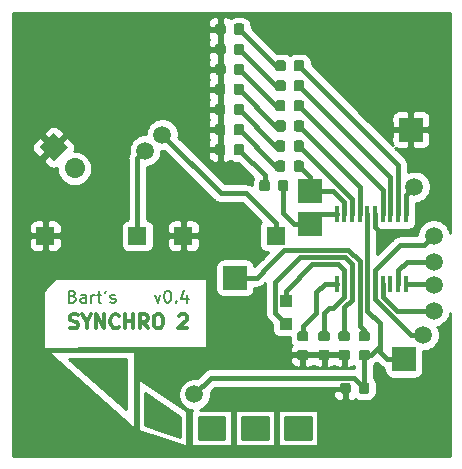
<source format=gbr>
G04 #@! TF.GenerationSoftware,KiCad,Pcbnew,5.1.4-1.fc30*
G04 #@! TF.CreationDate,2019-10-04T18:02:02+02:00*
G04 #@! TF.ProjectId,synchro2,73796e63-6872-46f3-922e-6b696361645f,rev?*
G04 #@! TF.SameCoordinates,Original*
G04 #@! TF.FileFunction,Copper,L1,Top*
G04 #@! TF.FilePolarity,Positive*
%FSLAX46Y46*%
G04 Gerber Fmt 4.6, Leading zero omitted, Abs format (unit mm)*
G04 Created by KiCad (PCBNEW 5.1.4-1.fc30) date 2019-10-04 18:02:02*
%MOMM*%
%LPD*%
G04 APERTURE LIST*
%ADD10C,0.200000*%
%ADD11C,0.300000*%
%ADD12R,1.000000X1.000000*%
%ADD13R,2.000000X2.000000*%
%ADD14C,2.000000*%
%ADD15C,0.100000*%
%ADD16R,1.500000X1.500000*%
%ADD17C,0.875000*%
%ADD18C,1.700000*%
%ADD19C,1.700000*%
%ADD20R,0.450000X1.450000*%
%ADD21C,1.500000*%
%ADD22C,0.400000*%
%ADD23C,0.254000*%
G04 APERTURE END LIST*
D10*
X212771428Y-121285714D02*
X213009523Y-121952380D01*
X213247619Y-121285714D01*
X213819047Y-120952380D02*
X213914285Y-120952380D01*
X214009523Y-121000000D01*
X214057142Y-121047619D01*
X214104761Y-121142857D01*
X214152380Y-121333333D01*
X214152380Y-121571428D01*
X214104761Y-121761904D01*
X214057142Y-121857142D01*
X214009523Y-121904761D01*
X213914285Y-121952380D01*
X213819047Y-121952380D01*
X213723809Y-121904761D01*
X213676190Y-121857142D01*
X213628571Y-121761904D01*
X213580952Y-121571428D01*
X213580952Y-121333333D01*
X213628571Y-121142857D01*
X213676190Y-121047619D01*
X213723809Y-121000000D01*
X213819047Y-120952380D01*
X214580952Y-121857142D02*
X214628571Y-121904761D01*
X214580952Y-121952380D01*
X214533333Y-121904761D01*
X214580952Y-121857142D01*
X214580952Y-121952380D01*
X215485714Y-121285714D02*
X215485714Y-121952380D01*
X215247619Y-120904761D02*
X215009523Y-121619047D01*
X215628571Y-121619047D01*
D11*
X205578571Y-124085714D02*
X205750000Y-124142857D01*
X206035714Y-124142857D01*
X206150000Y-124085714D01*
X206207142Y-124028571D01*
X206264285Y-123914285D01*
X206264285Y-123800000D01*
X206207142Y-123685714D01*
X206150000Y-123628571D01*
X206035714Y-123571428D01*
X205807142Y-123514285D01*
X205692857Y-123457142D01*
X205635714Y-123400000D01*
X205578571Y-123285714D01*
X205578571Y-123171428D01*
X205635714Y-123057142D01*
X205692857Y-123000000D01*
X205807142Y-122942857D01*
X206092857Y-122942857D01*
X206264285Y-123000000D01*
X207007142Y-123571428D02*
X207007142Y-124142857D01*
X206607142Y-122942857D02*
X207007142Y-123571428D01*
X207407142Y-122942857D01*
X207807142Y-124142857D02*
X207807142Y-122942857D01*
X208492857Y-124142857D01*
X208492857Y-122942857D01*
X209750000Y-124028571D02*
X209692857Y-124085714D01*
X209521428Y-124142857D01*
X209407142Y-124142857D01*
X209235714Y-124085714D01*
X209121428Y-123971428D01*
X209064285Y-123857142D01*
X209007142Y-123628571D01*
X209007142Y-123457142D01*
X209064285Y-123228571D01*
X209121428Y-123114285D01*
X209235714Y-123000000D01*
X209407142Y-122942857D01*
X209521428Y-122942857D01*
X209692857Y-123000000D01*
X209750000Y-123057142D01*
X210264285Y-124142857D02*
X210264285Y-122942857D01*
X210264285Y-123514285D02*
X210950000Y-123514285D01*
X210950000Y-124142857D02*
X210950000Y-122942857D01*
X212207142Y-124142857D02*
X211807142Y-123571428D01*
X211521428Y-124142857D02*
X211521428Y-122942857D01*
X211978571Y-122942857D01*
X212092857Y-123000000D01*
X212150000Y-123057142D01*
X212207142Y-123171428D01*
X212207142Y-123342857D01*
X212150000Y-123457142D01*
X212092857Y-123514285D01*
X211978571Y-123571428D01*
X211521428Y-123571428D01*
X212950000Y-122942857D02*
X213178571Y-122942857D01*
X213292857Y-123000000D01*
X213407142Y-123114285D01*
X213464285Y-123342857D01*
X213464285Y-123742857D01*
X213407142Y-123971428D01*
X213292857Y-124085714D01*
X213178571Y-124142857D01*
X212950000Y-124142857D01*
X212835714Y-124085714D01*
X212721428Y-123971428D01*
X212664285Y-123742857D01*
X212664285Y-123342857D01*
X212721428Y-123114285D01*
X212835714Y-123000000D01*
X212950000Y-122942857D01*
X214835714Y-123057142D02*
X214892857Y-123000000D01*
X215007142Y-122942857D01*
X215292857Y-122942857D01*
X215407142Y-123000000D01*
X215464285Y-123057142D01*
X215521428Y-123171428D01*
X215521428Y-123285714D01*
X215464285Y-123457142D01*
X214778571Y-124142857D01*
X215521428Y-124142857D01*
D10*
X205830952Y-121428571D02*
X205973809Y-121476190D01*
X206021428Y-121523809D01*
X206069047Y-121619047D01*
X206069047Y-121761904D01*
X206021428Y-121857142D01*
X205973809Y-121904761D01*
X205878571Y-121952380D01*
X205497619Y-121952380D01*
X205497619Y-120952380D01*
X205830952Y-120952380D01*
X205926190Y-121000000D01*
X205973809Y-121047619D01*
X206021428Y-121142857D01*
X206021428Y-121238095D01*
X205973809Y-121333333D01*
X205926190Y-121380952D01*
X205830952Y-121428571D01*
X205497619Y-121428571D01*
X206926190Y-121952380D02*
X206926190Y-121428571D01*
X206878571Y-121333333D01*
X206783333Y-121285714D01*
X206592857Y-121285714D01*
X206497619Y-121333333D01*
X206926190Y-121904761D02*
X206830952Y-121952380D01*
X206592857Y-121952380D01*
X206497619Y-121904761D01*
X206450000Y-121809523D01*
X206450000Y-121714285D01*
X206497619Y-121619047D01*
X206592857Y-121571428D01*
X206830952Y-121571428D01*
X206926190Y-121523809D01*
X207402380Y-121952380D02*
X207402380Y-121285714D01*
X207402380Y-121476190D02*
X207450000Y-121380952D01*
X207497619Y-121333333D01*
X207592857Y-121285714D01*
X207688095Y-121285714D01*
X207878571Y-121285714D02*
X208259523Y-121285714D01*
X208021428Y-120952380D02*
X208021428Y-121809523D01*
X208069047Y-121904761D01*
X208164285Y-121952380D01*
X208259523Y-121952380D01*
X208640476Y-120952380D02*
X208545238Y-121142857D01*
X209021428Y-121904761D02*
X209116666Y-121952380D01*
X209307142Y-121952380D01*
X209402380Y-121904761D01*
X209450000Y-121809523D01*
X209450000Y-121761904D01*
X209402380Y-121666666D01*
X209307142Y-121619047D01*
X209164285Y-121619047D01*
X209069047Y-121571428D01*
X209021428Y-121476190D01*
X209021428Y-121428571D01*
X209069047Y-121333333D01*
X209164285Y-121285714D01*
X209307142Y-121285714D01*
X209402380Y-121333333D01*
D12*
X223850000Y-121850000D03*
X223850000Y-123750000D03*
D13*
X234450000Y-107310000D03*
X233850000Y-126750000D03*
X219550000Y-119850000D03*
X225950000Y-115300000D03*
D14*
X225900000Y-112500000D03*
D15*
G36*
X224900000Y-113500000D02*
G01*
X224900000Y-111500000D01*
X226900000Y-111500000D01*
X226900000Y-113500000D01*
X224900000Y-113500000D01*
X224900000Y-113500000D01*
G37*
D16*
X215200000Y-116300000D03*
X223000000Y-116300000D03*
D15*
G36*
X218552691Y-103426053D02*
G01*
X218573926Y-103429203D01*
X218594750Y-103434419D01*
X218614962Y-103441651D01*
X218634368Y-103450830D01*
X218652781Y-103461866D01*
X218670024Y-103474654D01*
X218685930Y-103489070D01*
X218700346Y-103504976D01*
X218713134Y-103522219D01*
X218724170Y-103540632D01*
X218733349Y-103560038D01*
X218740581Y-103580250D01*
X218745797Y-103601074D01*
X218748947Y-103622309D01*
X218750000Y-103643750D01*
X218750000Y-104156250D01*
X218748947Y-104177691D01*
X218745797Y-104198926D01*
X218740581Y-104219750D01*
X218733349Y-104239962D01*
X218724170Y-104259368D01*
X218713134Y-104277781D01*
X218700346Y-104295024D01*
X218685930Y-104310930D01*
X218670024Y-104325346D01*
X218652781Y-104338134D01*
X218634368Y-104349170D01*
X218614962Y-104358349D01*
X218594750Y-104365581D01*
X218573926Y-104370797D01*
X218552691Y-104373947D01*
X218531250Y-104375000D01*
X218093750Y-104375000D01*
X218072309Y-104373947D01*
X218051074Y-104370797D01*
X218030250Y-104365581D01*
X218010038Y-104358349D01*
X217990632Y-104349170D01*
X217972219Y-104338134D01*
X217954976Y-104325346D01*
X217939070Y-104310930D01*
X217924654Y-104295024D01*
X217911866Y-104277781D01*
X217900830Y-104259368D01*
X217891651Y-104239962D01*
X217884419Y-104219750D01*
X217879203Y-104198926D01*
X217876053Y-104177691D01*
X217875000Y-104156250D01*
X217875000Y-103643750D01*
X217876053Y-103622309D01*
X217879203Y-103601074D01*
X217884419Y-103580250D01*
X217891651Y-103560038D01*
X217900830Y-103540632D01*
X217911866Y-103522219D01*
X217924654Y-103504976D01*
X217939070Y-103489070D01*
X217954976Y-103474654D01*
X217972219Y-103461866D01*
X217990632Y-103450830D01*
X218010038Y-103441651D01*
X218030250Y-103434419D01*
X218051074Y-103429203D01*
X218072309Y-103426053D01*
X218093750Y-103425000D01*
X218531250Y-103425000D01*
X218552691Y-103426053D01*
X218552691Y-103426053D01*
G37*
D17*
X218312500Y-103900000D03*
D15*
G36*
X220127691Y-103426053D02*
G01*
X220148926Y-103429203D01*
X220169750Y-103434419D01*
X220189962Y-103441651D01*
X220209368Y-103450830D01*
X220227781Y-103461866D01*
X220245024Y-103474654D01*
X220260930Y-103489070D01*
X220275346Y-103504976D01*
X220288134Y-103522219D01*
X220299170Y-103540632D01*
X220308349Y-103560038D01*
X220315581Y-103580250D01*
X220320797Y-103601074D01*
X220323947Y-103622309D01*
X220325000Y-103643750D01*
X220325000Y-104156250D01*
X220323947Y-104177691D01*
X220320797Y-104198926D01*
X220315581Y-104219750D01*
X220308349Y-104239962D01*
X220299170Y-104259368D01*
X220288134Y-104277781D01*
X220275346Y-104295024D01*
X220260930Y-104310930D01*
X220245024Y-104325346D01*
X220227781Y-104338134D01*
X220209368Y-104349170D01*
X220189962Y-104358349D01*
X220169750Y-104365581D01*
X220148926Y-104370797D01*
X220127691Y-104373947D01*
X220106250Y-104375000D01*
X219668750Y-104375000D01*
X219647309Y-104373947D01*
X219626074Y-104370797D01*
X219605250Y-104365581D01*
X219585038Y-104358349D01*
X219565632Y-104349170D01*
X219547219Y-104338134D01*
X219529976Y-104325346D01*
X219514070Y-104310930D01*
X219499654Y-104295024D01*
X219486866Y-104277781D01*
X219475830Y-104259368D01*
X219466651Y-104239962D01*
X219459419Y-104219750D01*
X219454203Y-104198926D01*
X219451053Y-104177691D01*
X219450000Y-104156250D01*
X219450000Y-103643750D01*
X219451053Y-103622309D01*
X219454203Y-103601074D01*
X219459419Y-103580250D01*
X219466651Y-103560038D01*
X219475830Y-103540632D01*
X219486866Y-103522219D01*
X219499654Y-103504976D01*
X219514070Y-103489070D01*
X219529976Y-103474654D01*
X219547219Y-103461866D01*
X219565632Y-103450830D01*
X219585038Y-103441651D01*
X219605250Y-103434419D01*
X219626074Y-103429203D01*
X219647309Y-103426053D01*
X219668750Y-103425000D01*
X220106250Y-103425000D01*
X220127691Y-103426053D01*
X220127691Y-103426053D01*
G37*
D17*
X219887500Y-103900000D03*
D15*
G36*
X223652691Y-106526053D02*
G01*
X223673926Y-106529203D01*
X223694750Y-106534419D01*
X223714962Y-106541651D01*
X223734368Y-106550830D01*
X223752781Y-106561866D01*
X223770024Y-106574654D01*
X223785930Y-106589070D01*
X223800346Y-106604976D01*
X223813134Y-106622219D01*
X223824170Y-106640632D01*
X223833349Y-106660038D01*
X223840581Y-106680250D01*
X223845797Y-106701074D01*
X223848947Y-106722309D01*
X223850000Y-106743750D01*
X223850000Y-107256250D01*
X223848947Y-107277691D01*
X223845797Y-107298926D01*
X223840581Y-107319750D01*
X223833349Y-107339962D01*
X223824170Y-107359368D01*
X223813134Y-107377781D01*
X223800346Y-107395024D01*
X223785930Y-107410930D01*
X223770024Y-107425346D01*
X223752781Y-107438134D01*
X223734368Y-107449170D01*
X223714962Y-107458349D01*
X223694750Y-107465581D01*
X223673926Y-107470797D01*
X223652691Y-107473947D01*
X223631250Y-107475000D01*
X223193750Y-107475000D01*
X223172309Y-107473947D01*
X223151074Y-107470797D01*
X223130250Y-107465581D01*
X223110038Y-107458349D01*
X223090632Y-107449170D01*
X223072219Y-107438134D01*
X223054976Y-107425346D01*
X223039070Y-107410930D01*
X223024654Y-107395024D01*
X223011866Y-107377781D01*
X223000830Y-107359368D01*
X222991651Y-107339962D01*
X222984419Y-107319750D01*
X222979203Y-107298926D01*
X222976053Y-107277691D01*
X222975000Y-107256250D01*
X222975000Y-106743750D01*
X222976053Y-106722309D01*
X222979203Y-106701074D01*
X222984419Y-106680250D01*
X222991651Y-106660038D01*
X223000830Y-106640632D01*
X223011866Y-106622219D01*
X223024654Y-106604976D01*
X223039070Y-106589070D01*
X223054976Y-106574654D01*
X223072219Y-106561866D01*
X223090632Y-106550830D01*
X223110038Y-106541651D01*
X223130250Y-106534419D01*
X223151074Y-106529203D01*
X223172309Y-106526053D01*
X223193750Y-106525000D01*
X223631250Y-106525000D01*
X223652691Y-106526053D01*
X223652691Y-106526053D01*
G37*
D17*
X223412500Y-107000000D03*
D15*
G36*
X225227691Y-106526053D02*
G01*
X225248926Y-106529203D01*
X225269750Y-106534419D01*
X225289962Y-106541651D01*
X225309368Y-106550830D01*
X225327781Y-106561866D01*
X225345024Y-106574654D01*
X225360930Y-106589070D01*
X225375346Y-106604976D01*
X225388134Y-106622219D01*
X225399170Y-106640632D01*
X225408349Y-106660038D01*
X225415581Y-106680250D01*
X225420797Y-106701074D01*
X225423947Y-106722309D01*
X225425000Y-106743750D01*
X225425000Y-107256250D01*
X225423947Y-107277691D01*
X225420797Y-107298926D01*
X225415581Y-107319750D01*
X225408349Y-107339962D01*
X225399170Y-107359368D01*
X225388134Y-107377781D01*
X225375346Y-107395024D01*
X225360930Y-107410930D01*
X225345024Y-107425346D01*
X225327781Y-107438134D01*
X225309368Y-107449170D01*
X225289962Y-107458349D01*
X225269750Y-107465581D01*
X225248926Y-107470797D01*
X225227691Y-107473947D01*
X225206250Y-107475000D01*
X224768750Y-107475000D01*
X224747309Y-107473947D01*
X224726074Y-107470797D01*
X224705250Y-107465581D01*
X224685038Y-107458349D01*
X224665632Y-107449170D01*
X224647219Y-107438134D01*
X224629976Y-107425346D01*
X224614070Y-107410930D01*
X224599654Y-107395024D01*
X224586866Y-107377781D01*
X224575830Y-107359368D01*
X224566651Y-107339962D01*
X224559419Y-107319750D01*
X224554203Y-107298926D01*
X224551053Y-107277691D01*
X224550000Y-107256250D01*
X224550000Y-106743750D01*
X224551053Y-106722309D01*
X224554203Y-106701074D01*
X224559419Y-106680250D01*
X224566651Y-106660038D01*
X224575830Y-106640632D01*
X224586866Y-106622219D01*
X224599654Y-106604976D01*
X224614070Y-106589070D01*
X224629976Y-106574654D01*
X224647219Y-106561866D01*
X224665632Y-106550830D01*
X224685038Y-106541651D01*
X224705250Y-106534419D01*
X224726074Y-106529203D01*
X224747309Y-106526053D01*
X224768750Y-106525000D01*
X225206250Y-106525000D01*
X225227691Y-106526053D01*
X225227691Y-106526053D01*
G37*
D17*
X224987500Y-107000000D03*
D15*
G36*
X225227691Y-101426053D02*
G01*
X225248926Y-101429203D01*
X225269750Y-101434419D01*
X225289962Y-101441651D01*
X225309368Y-101450830D01*
X225327781Y-101461866D01*
X225345024Y-101474654D01*
X225360930Y-101489070D01*
X225375346Y-101504976D01*
X225388134Y-101522219D01*
X225399170Y-101540632D01*
X225408349Y-101560038D01*
X225415581Y-101580250D01*
X225420797Y-101601074D01*
X225423947Y-101622309D01*
X225425000Y-101643750D01*
X225425000Y-102156250D01*
X225423947Y-102177691D01*
X225420797Y-102198926D01*
X225415581Y-102219750D01*
X225408349Y-102239962D01*
X225399170Y-102259368D01*
X225388134Y-102277781D01*
X225375346Y-102295024D01*
X225360930Y-102310930D01*
X225345024Y-102325346D01*
X225327781Y-102338134D01*
X225309368Y-102349170D01*
X225289962Y-102358349D01*
X225269750Y-102365581D01*
X225248926Y-102370797D01*
X225227691Y-102373947D01*
X225206250Y-102375000D01*
X224768750Y-102375000D01*
X224747309Y-102373947D01*
X224726074Y-102370797D01*
X224705250Y-102365581D01*
X224685038Y-102358349D01*
X224665632Y-102349170D01*
X224647219Y-102338134D01*
X224629976Y-102325346D01*
X224614070Y-102310930D01*
X224599654Y-102295024D01*
X224586866Y-102277781D01*
X224575830Y-102259368D01*
X224566651Y-102239962D01*
X224559419Y-102219750D01*
X224554203Y-102198926D01*
X224551053Y-102177691D01*
X224550000Y-102156250D01*
X224550000Y-101643750D01*
X224551053Y-101622309D01*
X224554203Y-101601074D01*
X224559419Y-101580250D01*
X224566651Y-101560038D01*
X224575830Y-101540632D01*
X224586866Y-101522219D01*
X224599654Y-101504976D01*
X224614070Y-101489070D01*
X224629976Y-101474654D01*
X224647219Y-101461866D01*
X224665632Y-101450830D01*
X224685038Y-101441651D01*
X224705250Y-101434419D01*
X224726074Y-101429203D01*
X224747309Y-101426053D01*
X224768750Y-101425000D01*
X225206250Y-101425000D01*
X225227691Y-101426053D01*
X225227691Y-101426053D01*
G37*
D17*
X224987500Y-101900000D03*
D15*
G36*
X223652691Y-101426053D02*
G01*
X223673926Y-101429203D01*
X223694750Y-101434419D01*
X223714962Y-101441651D01*
X223734368Y-101450830D01*
X223752781Y-101461866D01*
X223770024Y-101474654D01*
X223785930Y-101489070D01*
X223800346Y-101504976D01*
X223813134Y-101522219D01*
X223824170Y-101540632D01*
X223833349Y-101560038D01*
X223840581Y-101580250D01*
X223845797Y-101601074D01*
X223848947Y-101622309D01*
X223850000Y-101643750D01*
X223850000Y-102156250D01*
X223848947Y-102177691D01*
X223845797Y-102198926D01*
X223840581Y-102219750D01*
X223833349Y-102239962D01*
X223824170Y-102259368D01*
X223813134Y-102277781D01*
X223800346Y-102295024D01*
X223785930Y-102310930D01*
X223770024Y-102325346D01*
X223752781Y-102338134D01*
X223734368Y-102349170D01*
X223714962Y-102358349D01*
X223694750Y-102365581D01*
X223673926Y-102370797D01*
X223652691Y-102373947D01*
X223631250Y-102375000D01*
X223193750Y-102375000D01*
X223172309Y-102373947D01*
X223151074Y-102370797D01*
X223130250Y-102365581D01*
X223110038Y-102358349D01*
X223090632Y-102349170D01*
X223072219Y-102338134D01*
X223054976Y-102325346D01*
X223039070Y-102310930D01*
X223024654Y-102295024D01*
X223011866Y-102277781D01*
X223000830Y-102259368D01*
X222991651Y-102239962D01*
X222984419Y-102219750D01*
X222979203Y-102198926D01*
X222976053Y-102177691D01*
X222975000Y-102156250D01*
X222975000Y-101643750D01*
X222976053Y-101622309D01*
X222979203Y-101601074D01*
X222984419Y-101580250D01*
X222991651Y-101560038D01*
X223000830Y-101540632D01*
X223011866Y-101522219D01*
X223024654Y-101504976D01*
X223039070Y-101489070D01*
X223054976Y-101474654D01*
X223072219Y-101461866D01*
X223090632Y-101450830D01*
X223110038Y-101441651D01*
X223130250Y-101434419D01*
X223151074Y-101429203D01*
X223172309Y-101426053D01*
X223193750Y-101425000D01*
X223631250Y-101425000D01*
X223652691Y-101426053D01*
X223652691Y-101426053D01*
G37*
D17*
X223412500Y-101900000D03*
D15*
G36*
X225215191Y-109926053D02*
G01*
X225236426Y-109929203D01*
X225257250Y-109934419D01*
X225277462Y-109941651D01*
X225296868Y-109950830D01*
X225315281Y-109961866D01*
X225332524Y-109974654D01*
X225348430Y-109989070D01*
X225362846Y-110004976D01*
X225375634Y-110022219D01*
X225386670Y-110040632D01*
X225395849Y-110060038D01*
X225403081Y-110080250D01*
X225408297Y-110101074D01*
X225411447Y-110122309D01*
X225412500Y-110143750D01*
X225412500Y-110656250D01*
X225411447Y-110677691D01*
X225408297Y-110698926D01*
X225403081Y-110719750D01*
X225395849Y-110739962D01*
X225386670Y-110759368D01*
X225375634Y-110777781D01*
X225362846Y-110795024D01*
X225348430Y-110810930D01*
X225332524Y-110825346D01*
X225315281Y-110838134D01*
X225296868Y-110849170D01*
X225277462Y-110858349D01*
X225257250Y-110865581D01*
X225236426Y-110870797D01*
X225215191Y-110873947D01*
X225193750Y-110875000D01*
X224756250Y-110875000D01*
X224734809Y-110873947D01*
X224713574Y-110870797D01*
X224692750Y-110865581D01*
X224672538Y-110858349D01*
X224653132Y-110849170D01*
X224634719Y-110838134D01*
X224617476Y-110825346D01*
X224601570Y-110810930D01*
X224587154Y-110795024D01*
X224574366Y-110777781D01*
X224563330Y-110759368D01*
X224554151Y-110739962D01*
X224546919Y-110719750D01*
X224541703Y-110698926D01*
X224538553Y-110677691D01*
X224537500Y-110656250D01*
X224537500Y-110143750D01*
X224538553Y-110122309D01*
X224541703Y-110101074D01*
X224546919Y-110080250D01*
X224554151Y-110060038D01*
X224563330Y-110040632D01*
X224574366Y-110022219D01*
X224587154Y-110004976D01*
X224601570Y-109989070D01*
X224617476Y-109974654D01*
X224634719Y-109961866D01*
X224653132Y-109950830D01*
X224672538Y-109941651D01*
X224692750Y-109934419D01*
X224713574Y-109929203D01*
X224734809Y-109926053D01*
X224756250Y-109925000D01*
X225193750Y-109925000D01*
X225215191Y-109926053D01*
X225215191Y-109926053D01*
G37*
D17*
X224975000Y-110400000D03*
D15*
G36*
X223640191Y-109926053D02*
G01*
X223661426Y-109929203D01*
X223682250Y-109934419D01*
X223702462Y-109941651D01*
X223721868Y-109950830D01*
X223740281Y-109961866D01*
X223757524Y-109974654D01*
X223773430Y-109989070D01*
X223787846Y-110004976D01*
X223800634Y-110022219D01*
X223811670Y-110040632D01*
X223820849Y-110060038D01*
X223828081Y-110080250D01*
X223833297Y-110101074D01*
X223836447Y-110122309D01*
X223837500Y-110143750D01*
X223837500Y-110656250D01*
X223836447Y-110677691D01*
X223833297Y-110698926D01*
X223828081Y-110719750D01*
X223820849Y-110739962D01*
X223811670Y-110759368D01*
X223800634Y-110777781D01*
X223787846Y-110795024D01*
X223773430Y-110810930D01*
X223757524Y-110825346D01*
X223740281Y-110838134D01*
X223721868Y-110849170D01*
X223702462Y-110858349D01*
X223682250Y-110865581D01*
X223661426Y-110870797D01*
X223640191Y-110873947D01*
X223618750Y-110875000D01*
X223181250Y-110875000D01*
X223159809Y-110873947D01*
X223138574Y-110870797D01*
X223117750Y-110865581D01*
X223097538Y-110858349D01*
X223078132Y-110849170D01*
X223059719Y-110838134D01*
X223042476Y-110825346D01*
X223026570Y-110810930D01*
X223012154Y-110795024D01*
X222999366Y-110777781D01*
X222988330Y-110759368D01*
X222979151Y-110739962D01*
X222971919Y-110719750D01*
X222966703Y-110698926D01*
X222963553Y-110677691D01*
X222962500Y-110656250D01*
X222962500Y-110143750D01*
X222963553Y-110122309D01*
X222966703Y-110101074D01*
X222971919Y-110080250D01*
X222979151Y-110060038D01*
X222988330Y-110040632D01*
X222999366Y-110022219D01*
X223012154Y-110004976D01*
X223026570Y-109989070D01*
X223042476Y-109974654D01*
X223059719Y-109961866D01*
X223078132Y-109950830D01*
X223097538Y-109941651D01*
X223117750Y-109934419D01*
X223138574Y-109929203D01*
X223159809Y-109926053D01*
X223181250Y-109925000D01*
X223618750Y-109925000D01*
X223640191Y-109926053D01*
X223640191Y-109926053D01*
G37*
D17*
X223400000Y-110400000D03*
D15*
G36*
X218552691Y-106826053D02*
G01*
X218573926Y-106829203D01*
X218594750Y-106834419D01*
X218614962Y-106841651D01*
X218634368Y-106850830D01*
X218652781Y-106861866D01*
X218670024Y-106874654D01*
X218685930Y-106889070D01*
X218700346Y-106904976D01*
X218713134Y-106922219D01*
X218724170Y-106940632D01*
X218733349Y-106960038D01*
X218740581Y-106980250D01*
X218745797Y-107001074D01*
X218748947Y-107022309D01*
X218750000Y-107043750D01*
X218750000Y-107556250D01*
X218748947Y-107577691D01*
X218745797Y-107598926D01*
X218740581Y-107619750D01*
X218733349Y-107639962D01*
X218724170Y-107659368D01*
X218713134Y-107677781D01*
X218700346Y-107695024D01*
X218685930Y-107710930D01*
X218670024Y-107725346D01*
X218652781Y-107738134D01*
X218634368Y-107749170D01*
X218614962Y-107758349D01*
X218594750Y-107765581D01*
X218573926Y-107770797D01*
X218552691Y-107773947D01*
X218531250Y-107775000D01*
X218093750Y-107775000D01*
X218072309Y-107773947D01*
X218051074Y-107770797D01*
X218030250Y-107765581D01*
X218010038Y-107758349D01*
X217990632Y-107749170D01*
X217972219Y-107738134D01*
X217954976Y-107725346D01*
X217939070Y-107710930D01*
X217924654Y-107695024D01*
X217911866Y-107677781D01*
X217900830Y-107659368D01*
X217891651Y-107639962D01*
X217884419Y-107619750D01*
X217879203Y-107598926D01*
X217876053Y-107577691D01*
X217875000Y-107556250D01*
X217875000Y-107043750D01*
X217876053Y-107022309D01*
X217879203Y-107001074D01*
X217884419Y-106980250D01*
X217891651Y-106960038D01*
X217900830Y-106940632D01*
X217911866Y-106922219D01*
X217924654Y-106904976D01*
X217939070Y-106889070D01*
X217954976Y-106874654D01*
X217972219Y-106861866D01*
X217990632Y-106850830D01*
X218010038Y-106841651D01*
X218030250Y-106834419D01*
X218051074Y-106829203D01*
X218072309Y-106826053D01*
X218093750Y-106825000D01*
X218531250Y-106825000D01*
X218552691Y-106826053D01*
X218552691Y-106826053D01*
G37*
D17*
X218312500Y-107300000D03*
D15*
G36*
X220127691Y-106826053D02*
G01*
X220148926Y-106829203D01*
X220169750Y-106834419D01*
X220189962Y-106841651D01*
X220209368Y-106850830D01*
X220227781Y-106861866D01*
X220245024Y-106874654D01*
X220260930Y-106889070D01*
X220275346Y-106904976D01*
X220288134Y-106922219D01*
X220299170Y-106940632D01*
X220308349Y-106960038D01*
X220315581Y-106980250D01*
X220320797Y-107001074D01*
X220323947Y-107022309D01*
X220325000Y-107043750D01*
X220325000Y-107556250D01*
X220323947Y-107577691D01*
X220320797Y-107598926D01*
X220315581Y-107619750D01*
X220308349Y-107639962D01*
X220299170Y-107659368D01*
X220288134Y-107677781D01*
X220275346Y-107695024D01*
X220260930Y-107710930D01*
X220245024Y-107725346D01*
X220227781Y-107738134D01*
X220209368Y-107749170D01*
X220189962Y-107758349D01*
X220169750Y-107765581D01*
X220148926Y-107770797D01*
X220127691Y-107773947D01*
X220106250Y-107775000D01*
X219668750Y-107775000D01*
X219647309Y-107773947D01*
X219626074Y-107770797D01*
X219605250Y-107765581D01*
X219585038Y-107758349D01*
X219565632Y-107749170D01*
X219547219Y-107738134D01*
X219529976Y-107725346D01*
X219514070Y-107710930D01*
X219499654Y-107695024D01*
X219486866Y-107677781D01*
X219475830Y-107659368D01*
X219466651Y-107639962D01*
X219459419Y-107619750D01*
X219454203Y-107598926D01*
X219451053Y-107577691D01*
X219450000Y-107556250D01*
X219450000Y-107043750D01*
X219451053Y-107022309D01*
X219454203Y-107001074D01*
X219459419Y-106980250D01*
X219466651Y-106960038D01*
X219475830Y-106940632D01*
X219486866Y-106922219D01*
X219499654Y-106904976D01*
X219514070Y-106889070D01*
X219529976Y-106874654D01*
X219547219Y-106861866D01*
X219565632Y-106850830D01*
X219585038Y-106841651D01*
X219605250Y-106834419D01*
X219626074Y-106829203D01*
X219647309Y-106826053D01*
X219668750Y-106825000D01*
X220106250Y-106825000D01*
X220127691Y-106826053D01*
X220127691Y-106826053D01*
G37*
D17*
X219887500Y-107300000D03*
D15*
G36*
X230777691Y-125951053D02*
G01*
X230798926Y-125954203D01*
X230819750Y-125959419D01*
X230839962Y-125966651D01*
X230859368Y-125975830D01*
X230877781Y-125986866D01*
X230895024Y-125999654D01*
X230910930Y-126014070D01*
X230925346Y-126029976D01*
X230938134Y-126047219D01*
X230949170Y-126065632D01*
X230958349Y-126085038D01*
X230965581Y-126105250D01*
X230970797Y-126126074D01*
X230973947Y-126147309D01*
X230975000Y-126168750D01*
X230975000Y-126606250D01*
X230973947Y-126627691D01*
X230970797Y-126648926D01*
X230965581Y-126669750D01*
X230958349Y-126689962D01*
X230949170Y-126709368D01*
X230938134Y-126727781D01*
X230925346Y-126745024D01*
X230910930Y-126760930D01*
X230895024Y-126775346D01*
X230877781Y-126788134D01*
X230859368Y-126799170D01*
X230839962Y-126808349D01*
X230819750Y-126815581D01*
X230798926Y-126820797D01*
X230777691Y-126823947D01*
X230756250Y-126825000D01*
X230243750Y-126825000D01*
X230222309Y-126823947D01*
X230201074Y-126820797D01*
X230180250Y-126815581D01*
X230160038Y-126808349D01*
X230140632Y-126799170D01*
X230122219Y-126788134D01*
X230104976Y-126775346D01*
X230089070Y-126760930D01*
X230074654Y-126745024D01*
X230061866Y-126727781D01*
X230050830Y-126709368D01*
X230041651Y-126689962D01*
X230034419Y-126669750D01*
X230029203Y-126648926D01*
X230026053Y-126627691D01*
X230025000Y-126606250D01*
X230025000Y-126168750D01*
X230026053Y-126147309D01*
X230029203Y-126126074D01*
X230034419Y-126105250D01*
X230041651Y-126085038D01*
X230050830Y-126065632D01*
X230061866Y-126047219D01*
X230074654Y-126029976D01*
X230089070Y-126014070D01*
X230104976Y-125999654D01*
X230122219Y-125986866D01*
X230140632Y-125975830D01*
X230160038Y-125966651D01*
X230180250Y-125959419D01*
X230201074Y-125954203D01*
X230222309Y-125951053D01*
X230243750Y-125950000D01*
X230756250Y-125950000D01*
X230777691Y-125951053D01*
X230777691Y-125951053D01*
G37*
D17*
X230500000Y-126387500D03*
D15*
G36*
X230777691Y-124376053D02*
G01*
X230798926Y-124379203D01*
X230819750Y-124384419D01*
X230839962Y-124391651D01*
X230859368Y-124400830D01*
X230877781Y-124411866D01*
X230895024Y-124424654D01*
X230910930Y-124439070D01*
X230925346Y-124454976D01*
X230938134Y-124472219D01*
X230949170Y-124490632D01*
X230958349Y-124510038D01*
X230965581Y-124530250D01*
X230970797Y-124551074D01*
X230973947Y-124572309D01*
X230975000Y-124593750D01*
X230975000Y-125031250D01*
X230973947Y-125052691D01*
X230970797Y-125073926D01*
X230965581Y-125094750D01*
X230958349Y-125114962D01*
X230949170Y-125134368D01*
X230938134Y-125152781D01*
X230925346Y-125170024D01*
X230910930Y-125185930D01*
X230895024Y-125200346D01*
X230877781Y-125213134D01*
X230859368Y-125224170D01*
X230839962Y-125233349D01*
X230819750Y-125240581D01*
X230798926Y-125245797D01*
X230777691Y-125248947D01*
X230756250Y-125250000D01*
X230243750Y-125250000D01*
X230222309Y-125248947D01*
X230201074Y-125245797D01*
X230180250Y-125240581D01*
X230160038Y-125233349D01*
X230140632Y-125224170D01*
X230122219Y-125213134D01*
X230104976Y-125200346D01*
X230089070Y-125185930D01*
X230074654Y-125170024D01*
X230061866Y-125152781D01*
X230050830Y-125134368D01*
X230041651Y-125114962D01*
X230034419Y-125094750D01*
X230029203Y-125073926D01*
X230026053Y-125052691D01*
X230025000Y-125031250D01*
X230025000Y-124593750D01*
X230026053Y-124572309D01*
X230029203Y-124551074D01*
X230034419Y-124530250D01*
X230041651Y-124510038D01*
X230050830Y-124490632D01*
X230061866Y-124472219D01*
X230074654Y-124454976D01*
X230089070Y-124439070D01*
X230104976Y-124424654D01*
X230122219Y-124411866D01*
X230140632Y-124400830D01*
X230160038Y-124391651D01*
X230180250Y-124384419D01*
X230201074Y-124379203D01*
X230222309Y-124376053D01*
X230243750Y-124375000D01*
X230756250Y-124375000D01*
X230777691Y-124376053D01*
X230777691Y-124376053D01*
G37*
D17*
X230500000Y-124812500D03*
D15*
G36*
X225215191Y-104826053D02*
G01*
X225236426Y-104829203D01*
X225257250Y-104834419D01*
X225277462Y-104841651D01*
X225296868Y-104850830D01*
X225315281Y-104861866D01*
X225332524Y-104874654D01*
X225348430Y-104889070D01*
X225362846Y-104904976D01*
X225375634Y-104922219D01*
X225386670Y-104940632D01*
X225395849Y-104960038D01*
X225403081Y-104980250D01*
X225408297Y-105001074D01*
X225411447Y-105022309D01*
X225412500Y-105043750D01*
X225412500Y-105556250D01*
X225411447Y-105577691D01*
X225408297Y-105598926D01*
X225403081Y-105619750D01*
X225395849Y-105639962D01*
X225386670Y-105659368D01*
X225375634Y-105677781D01*
X225362846Y-105695024D01*
X225348430Y-105710930D01*
X225332524Y-105725346D01*
X225315281Y-105738134D01*
X225296868Y-105749170D01*
X225277462Y-105758349D01*
X225257250Y-105765581D01*
X225236426Y-105770797D01*
X225215191Y-105773947D01*
X225193750Y-105775000D01*
X224756250Y-105775000D01*
X224734809Y-105773947D01*
X224713574Y-105770797D01*
X224692750Y-105765581D01*
X224672538Y-105758349D01*
X224653132Y-105749170D01*
X224634719Y-105738134D01*
X224617476Y-105725346D01*
X224601570Y-105710930D01*
X224587154Y-105695024D01*
X224574366Y-105677781D01*
X224563330Y-105659368D01*
X224554151Y-105639962D01*
X224546919Y-105619750D01*
X224541703Y-105598926D01*
X224538553Y-105577691D01*
X224537500Y-105556250D01*
X224537500Y-105043750D01*
X224538553Y-105022309D01*
X224541703Y-105001074D01*
X224546919Y-104980250D01*
X224554151Y-104960038D01*
X224563330Y-104940632D01*
X224574366Y-104922219D01*
X224587154Y-104904976D01*
X224601570Y-104889070D01*
X224617476Y-104874654D01*
X224634719Y-104861866D01*
X224653132Y-104850830D01*
X224672538Y-104841651D01*
X224692750Y-104834419D01*
X224713574Y-104829203D01*
X224734809Y-104826053D01*
X224756250Y-104825000D01*
X225193750Y-104825000D01*
X225215191Y-104826053D01*
X225215191Y-104826053D01*
G37*
D17*
X224975000Y-105300000D03*
D15*
G36*
X223640191Y-104826053D02*
G01*
X223661426Y-104829203D01*
X223682250Y-104834419D01*
X223702462Y-104841651D01*
X223721868Y-104850830D01*
X223740281Y-104861866D01*
X223757524Y-104874654D01*
X223773430Y-104889070D01*
X223787846Y-104904976D01*
X223800634Y-104922219D01*
X223811670Y-104940632D01*
X223820849Y-104960038D01*
X223828081Y-104980250D01*
X223833297Y-105001074D01*
X223836447Y-105022309D01*
X223837500Y-105043750D01*
X223837500Y-105556250D01*
X223836447Y-105577691D01*
X223833297Y-105598926D01*
X223828081Y-105619750D01*
X223820849Y-105639962D01*
X223811670Y-105659368D01*
X223800634Y-105677781D01*
X223787846Y-105695024D01*
X223773430Y-105710930D01*
X223757524Y-105725346D01*
X223740281Y-105738134D01*
X223721868Y-105749170D01*
X223702462Y-105758349D01*
X223682250Y-105765581D01*
X223661426Y-105770797D01*
X223640191Y-105773947D01*
X223618750Y-105775000D01*
X223181250Y-105775000D01*
X223159809Y-105773947D01*
X223138574Y-105770797D01*
X223117750Y-105765581D01*
X223097538Y-105758349D01*
X223078132Y-105749170D01*
X223059719Y-105738134D01*
X223042476Y-105725346D01*
X223026570Y-105710930D01*
X223012154Y-105695024D01*
X222999366Y-105677781D01*
X222988330Y-105659368D01*
X222979151Y-105639962D01*
X222971919Y-105619750D01*
X222966703Y-105598926D01*
X222963553Y-105577691D01*
X222962500Y-105556250D01*
X222962500Y-105043750D01*
X222963553Y-105022309D01*
X222966703Y-105001074D01*
X222971919Y-104980250D01*
X222979151Y-104960038D01*
X222988330Y-104940632D01*
X222999366Y-104922219D01*
X223012154Y-104904976D01*
X223026570Y-104889070D01*
X223042476Y-104874654D01*
X223059719Y-104861866D01*
X223078132Y-104850830D01*
X223097538Y-104841651D01*
X223117750Y-104834419D01*
X223138574Y-104829203D01*
X223159809Y-104826053D01*
X223181250Y-104825000D01*
X223618750Y-104825000D01*
X223640191Y-104826053D01*
X223640191Y-104826053D01*
G37*
D17*
X223400000Y-105300000D03*
D15*
G36*
X220140191Y-101726053D02*
G01*
X220161426Y-101729203D01*
X220182250Y-101734419D01*
X220202462Y-101741651D01*
X220221868Y-101750830D01*
X220240281Y-101761866D01*
X220257524Y-101774654D01*
X220273430Y-101789070D01*
X220287846Y-101804976D01*
X220300634Y-101822219D01*
X220311670Y-101840632D01*
X220320849Y-101860038D01*
X220328081Y-101880250D01*
X220333297Y-101901074D01*
X220336447Y-101922309D01*
X220337500Y-101943750D01*
X220337500Y-102456250D01*
X220336447Y-102477691D01*
X220333297Y-102498926D01*
X220328081Y-102519750D01*
X220320849Y-102539962D01*
X220311670Y-102559368D01*
X220300634Y-102577781D01*
X220287846Y-102595024D01*
X220273430Y-102610930D01*
X220257524Y-102625346D01*
X220240281Y-102638134D01*
X220221868Y-102649170D01*
X220202462Y-102658349D01*
X220182250Y-102665581D01*
X220161426Y-102670797D01*
X220140191Y-102673947D01*
X220118750Y-102675000D01*
X219681250Y-102675000D01*
X219659809Y-102673947D01*
X219638574Y-102670797D01*
X219617750Y-102665581D01*
X219597538Y-102658349D01*
X219578132Y-102649170D01*
X219559719Y-102638134D01*
X219542476Y-102625346D01*
X219526570Y-102610930D01*
X219512154Y-102595024D01*
X219499366Y-102577781D01*
X219488330Y-102559368D01*
X219479151Y-102539962D01*
X219471919Y-102519750D01*
X219466703Y-102498926D01*
X219463553Y-102477691D01*
X219462500Y-102456250D01*
X219462500Y-101943750D01*
X219463553Y-101922309D01*
X219466703Y-101901074D01*
X219471919Y-101880250D01*
X219479151Y-101860038D01*
X219488330Y-101840632D01*
X219499366Y-101822219D01*
X219512154Y-101804976D01*
X219526570Y-101789070D01*
X219542476Y-101774654D01*
X219559719Y-101761866D01*
X219578132Y-101750830D01*
X219597538Y-101741651D01*
X219617750Y-101734419D01*
X219638574Y-101729203D01*
X219659809Y-101726053D01*
X219681250Y-101725000D01*
X220118750Y-101725000D01*
X220140191Y-101726053D01*
X220140191Y-101726053D01*
G37*
D17*
X219900000Y-102200000D03*
D15*
G36*
X218565191Y-101726053D02*
G01*
X218586426Y-101729203D01*
X218607250Y-101734419D01*
X218627462Y-101741651D01*
X218646868Y-101750830D01*
X218665281Y-101761866D01*
X218682524Y-101774654D01*
X218698430Y-101789070D01*
X218712846Y-101804976D01*
X218725634Y-101822219D01*
X218736670Y-101840632D01*
X218745849Y-101860038D01*
X218753081Y-101880250D01*
X218758297Y-101901074D01*
X218761447Y-101922309D01*
X218762500Y-101943750D01*
X218762500Y-102456250D01*
X218761447Y-102477691D01*
X218758297Y-102498926D01*
X218753081Y-102519750D01*
X218745849Y-102539962D01*
X218736670Y-102559368D01*
X218725634Y-102577781D01*
X218712846Y-102595024D01*
X218698430Y-102610930D01*
X218682524Y-102625346D01*
X218665281Y-102638134D01*
X218646868Y-102649170D01*
X218627462Y-102658349D01*
X218607250Y-102665581D01*
X218586426Y-102670797D01*
X218565191Y-102673947D01*
X218543750Y-102675000D01*
X218106250Y-102675000D01*
X218084809Y-102673947D01*
X218063574Y-102670797D01*
X218042750Y-102665581D01*
X218022538Y-102658349D01*
X218003132Y-102649170D01*
X217984719Y-102638134D01*
X217967476Y-102625346D01*
X217951570Y-102610930D01*
X217937154Y-102595024D01*
X217924366Y-102577781D01*
X217913330Y-102559368D01*
X217904151Y-102539962D01*
X217896919Y-102519750D01*
X217891703Y-102498926D01*
X217888553Y-102477691D01*
X217887500Y-102456250D01*
X217887500Y-101943750D01*
X217888553Y-101922309D01*
X217891703Y-101901074D01*
X217896919Y-101880250D01*
X217904151Y-101860038D01*
X217913330Y-101840632D01*
X217924366Y-101822219D01*
X217937154Y-101804976D01*
X217951570Y-101789070D01*
X217967476Y-101774654D01*
X217984719Y-101761866D01*
X218003132Y-101750830D01*
X218022538Y-101741651D01*
X218042750Y-101734419D01*
X218063574Y-101729203D01*
X218084809Y-101726053D01*
X218106250Y-101725000D01*
X218543750Y-101725000D01*
X218565191Y-101726053D01*
X218565191Y-101726053D01*
G37*
D17*
X218325000Y-102200000D03*
D15*
G36*
X220127691Y-105126053D02*
G01*
X220148926Y-105129203D01*
X220169750Y-105134419D01*
X220189962Y-105141651D01*
X220209368Y-105150830D01*
X220227781Y-105161866D01*
X220245024Y-105174654D01*
X220260930Y-105189070D01*
X220275346Y-105204976D01*
X220288134Y-105222219D01*
X220299170Y-105240632D01*
X220308349Y-105260038D01*
X220315581Y-105280250D01*
X220320797Y-105301074D01*
X220323947Y-105322309D01*
X220325000Y-105343750D01*
X220325000Y-105856250D01*
X220323947Y-105877691D01*
X220320797Y-105898926D01*
X220315581Y-105919750D01*
X220308349Y-105939962D01*
X220299170Y-105959368D01*
X220288134Y-105977781D01*
X220275346Y-105995024D01*
X220260930Y-106010930D01*
X220245024Y-106025346D01*
X220227781Y-106038134D01*
X220209368Y-106049170D01*
X220189962Y-106058349D01*
X220169750Y-106065581D01*
X220148926Y-106070797D01*
X220127691Y-106073947D01*
X220106250Y-106075000D01*
X219668750Y-106075000D01*
X219647309Y-106073947D01*
X219626074Y-106070797D01*
X219605250Y-106065581D01*
X219585038Y-106058349D01*
X219565632Y-106049170D01*
X219547219Y-106038134D01*
X219529976Y-106025346D01*
X219514070Y-106010930D01*
X219499654Y-105995024D01*
X219486866Y-105977781D01*
X219475830Y-105959368D01*
X219466651Y-105939962D01*
X219459419Y-105919750D01*
X219454203Y-105898926D01*
X219451053Y-105877691D01*
X219450000Y-105856250D01*
X219450000Y-105343750D01*
X219451053Y-105322309D01*
X219454203Y-105301074D01*
X219459419Y-105280250D01*
X219466651Y-105260038D01*
X219475830Y-105240632D01*
X219486866Y-105222219D01*
X219499654Y-105204976D01*
X219514070Y-105189070D01*
X219529976Y-105174654D01*
X219547219Y-105161866D01*
X219565632Y-105150830D01*
X219585038Y-105141651D01*
X219605250Y-105134419D01*
X219626074Y-105129203D01*
X219647309Y-105126053D01*
X219668750Y-105125000D01*
X220106250Y-105125000D01*
X220127691Y-105126053D01*
X220127691Y-105126053D01*
G37*
D17*
X219887500Y-105600000D03*
D15*
G36*
X218552691Y-105126053D02*
G01*
X218573926Y-105129203D01*
X218594750Y-105134419D01*
X218614962Y-105141651D01*
X218634368Y-105150830D01*
X218652781Y-105161866D01*
X218670024Y-105174654D01*
X218685930Y-105189070D01*
X218700346Y-105204976D01*
X218713134Y-105222219D01*
X218724170Y-105240632D01*
X218733349Y-105260038D01*
X218740581Y-105280250D01*
X218745797Y-105301074D01*
X218748947Y-105322309D01*
X218750000Y-105343750D01*
X218750000Y-105856250D01*
X218748947Y-105877691D01*
X218745797Y-105898926D01*
X218740581Y-105919750D01*
X218733349Y-105939962D01*
X218724170Y-105959368D01*
X218713134Y-105977781D01*
X218700346Y-105995024D01*
X218685930Y-106010930D01*
X218670024Y-106025346D01*
X218652781Y-106038134D01*
X218634368Y-106049170D01*
X218614962Y-106058349D01*
X218594750Y-106065581D01*
X218573926Y-106070797D01*
X218552691Y-106073947D01*
X218531250Y-106075000D01*
X218093750Y-106075000D01*
X218072309Y-106073947D01*
X218051074Y-106070797D01*
X218030250Y-106065581D01*
X218010038Y-106058349D01*
X217990632Y-106049170D01*
X217972219Y-106038134D01*
X217954976Y-106025346D01*
X217939070Y-106010930D01*
X217924654Y-105995024D01*
X217911866Y-105977781D01*
X217900830Y-105959368D01*
X217891651Y-105939962D01*
X217884419Y-105919750D01*
X217879203Y-105898926D01*
X217876053Y-105877691D01*
X217875000Y-105856250D01*
X217875000Y-105343750D01*
X217876053Y-105322309D01*
X217879203Y-105301074D01*
X217884419Y-105280250D01*
X217891651Y-105260038D01*
X217900830Y-105240632D01*
X217911866Y-105222219D01*
X217924654Y-105204976D01*
X217939070Y-105189070D01*
X217954976Y-105174654D01*
X217972219Y-105161866D01*
X217990632Y-105150830D01*
X218010038Y-105141651D01*
X218030250Y-105134419D01*
X218051074Y-105129203D01*
X218072309Y-105126053D01*
X218093750Y-105125000D01*
X218531250Y-105125000D01*
X218552691Y-105126053D01*
X218552691Y-105126053D01*
G37*
D17*
X218312500Y-105600000D03*
D15*
G36*
X223652691Y-103126053D02*
G01*
X223673926Y-103129203D01*
X223694750Y-103134419D01*
X223714962Y-103141651D01*
X223734368Y-103150830D01*
X223752781Y-103161866D01*
X223770024Y-103174654D01*
X223785930Y-103189070D01*
X223800346Y-103204976D01*
X223813134Y-103222219D01*
X223824170Y-103240632D01*
X223833349Y-103260038D01*
X223840581Y-103280250D01*
X223845797Y-103301074D01*
X223848947Y-103322309D01*
X223850000Y-103343750D01*
X223850000Y-103856250D01*
X223848947Y-103877691D01*
X223845797Y-103898926D01*
X223840581Y-103919750D01*
X223833349Y-103939962D01*
X223824170Y-103959368D01*
X223813134Y-103977781D01*
X223800346Y-103995024D01*
X223785930Y-104010930D01*
X223770024Y-104025346D01*
X223752781Y-104038134D01*
X223734368Y-104049170D01*
X223714962Y-104058349D01*
X223694750Y-104065581D01*
X223673926Y-104070797D01*
X223652691Y-104073947D01*
X223631250Y-104075000D01*
X223193750Y-104075000D01*
X223172309Y-104073947D01*
X223151074Y-104070797D01*
X223130250Y-104065581D01*
X223110038Y-104058349D01*
X223090632Y-104049170D01*
X223072219Y-104038134D01*
X223054976Y-104025346D01*
X223039070Y-104010930D01*
X223024654Y-103995024D01*
X223011866Y-103977781D01*
X223000830Y-103959368D01*
X222991651Y-103939962D01*
X222984419Y-103919750D01*
X222979203Y-103898926D01*
X222976053Y-103877691D01*
X222975000Y-103856250D01*
X222975000Y-103343750D01*
X222976053Y-103322309D01*
X222979203Y-103301074D01*
X222984419Y-103280250D01*
X222991651Y-103260038D01*
X223000830Y-103240632D01*
X223011866Y-103222219D01*
X223024654Y-103204976D01*
X223039070Y-103189070D01*
X223054976Y-103174654D01*
X223072219Y-103161866D01*
X223090632Y-103150830D01*
X223110038Y-103141651D01*
X223130250Y-103134419D01*
X223151074Y-103129203D01*
X223172309Y-103126053D01*
X223193750Y-103125000D01*
X223631250Y-103125000D01*
X223652691Y-103126053D01*
X223652691Y-103126053D01*
G37*
D17*
X223412500Y-103600000D03*
D15*
G36*
X225227691Y-103126053D02*
G01*
X225248926Y-103129203D01*
X225269750Y-103134419D01*
X225289962Y-103141651D01*
X225309368Y-103150830D01*
X225327781Y-103161866D01*
X225345024Y-103174654D01*
X225360930Y-103189070D01*
X225375346Y-103204976D01*
X225388134Y-103222219D01*
X225399170Y-103240632D01*
X225408349Y-103260038D01*
X225415581Y-103280250D01*
X225420797Y-103301074D01*
X225423947Y-103322309D01*
X225425000Y-103343750D01*
X225425000Y-103856250D01*
X225423947Y-103877691D01*
X225420797Y-103898926D01*
X225415581Y-103919750D01*
X225408349Y-103939962D01*
X225399170Y-103959368D01*
X225388134Y-103977781D01*
X225375346Y-103995024D01*
X225360930Y-104010930D01*
X225345024Y-104025346D01*
X225327781Y-104038134D01*
X225309368Y-104049170D01*
X225289962Y-104058349D01*
X225269750Y-104065581D01*
X225248926Y-104070797D01*
X225227691Y-104073947D01*
X225206250Y-104075000D01*
X224768750Y-104075000D01*
X224747309Y-104073947D01*
X224726074Y-104070797D01*
X224705250Y-104065581D01*
X224685038Y-104058349D01*
X224665632Y-104049170D01*
X224647219Y-104038134D01*
X224629976Y-104025346D01*
X224614070Y-104010930D01*
X224599654Y-103995024D01*
X224586866Y-103977781D01*
X224575830Y-103959368D01*
X224566651Y-103939962D01*
X224559419Y-103919750D01*
X224554203Y-103898926D01*
X224551053Y-103877691D01*
X224550000Y-103856250D01*
X224550000Y-103343750D01*
X224551053Y-103322309D01*
X224554203Y-103301074D01*
X224559419Y-103280250D01*
X224566651Y-103260038D01*
X224575830Y-103240632D01*
X224586866Y-103222219D01*
X224599654Y-103204976D01*
X224614070Y-103189070D01*
X224629976Y-103174654D01*
X224647219Y-103161866D01*
X224665632Y-103150830D01*
X224685038Y-103141651D01*
X224705250Y-103134419D01*
X224726074Y-103129203D01*
X224747309Y-103126053D01*
X224768750Y-103125000D01*
X225206250Y-103125000D01*
X225227691Y-103126053D01*
X225227691Y-103126053D01*
G37*
D17*
X224987500Y-103600000D03*
D15*
G36*
X218565191Y-100026053D02*
G01*
X218586426Y-100029203D01*
X218607250Y-100034419D01*
X218627462Y-100041651D01*
X218646868Y-100050830D01*
X218665281Y-100061866D01*
X218682524Y-100074654D01*
X218698430Y-100089070D01*
X218712846Y-100104976D01*
X218725634Y-100122219D01*
X218736670Y-100140632D01*
X218745849Y-100160038D01*
X218753081Y-100180250D01*
X218758297Y-100201074D01*
X218761447Y-100222309D01*
X218762500Y-100243750D01*
X218762500Y-100756250D01*
X218761447Y-100777691D01*
X218758297Y-100798926D01*
X218753081Y-100819750D01*
X218745849Y-100839962D01*
X218736670Y-100859368D01*
X218725634Y-100877781D01*
X218712846Y-100895024D01*
X218698430Y-100910930D01*
X218682524Y-100925346D01*
X218665281Y-100938134D01*
X218646868Y-100949170D01*
X218627462Y-100958349D01*
X218607250Y-100965581D01*
X218586426Y-100970797D01*
X218565191Y-100973947D01*
X218543750Y-100975000D01*
X218106250Y-100975000D01*
X218084809Y-100973947D01*
X218063574Y-100970797D01*
X218042750Y-100965581D01*
X218022538Y-100958349D01*
X218003132Y-100949170D01*
X217984719Y-100938134D01*
X217967476Y-100925346D01*
X217951570Y-100910930D01*
X217937154Y-100895024D01*
X217924366Y-100877781D01*
X217913330Y-100859368D01*
X217904151Y-100839962D01*
X217896919Y-100819750D01*
X217891703Y-100798926D01*
X217888553Y-100777691D01*
X217887500Y-100756250D01*
X217887500Y-100243750D01*
X217888553Y-100222309D01*
X217891703Y-100201074D01*
X217896919Y-100180250D01*
X217904151Y-100160038D01*
X217913330Y-100140632D01*
X217924366Y-100122219D01*
X217937154Y-100104976D01*
X217951570Y-100089070D01*
X217967476Y-100074654D01*
X217984719Y-100061866D01*
X218003132Y-100050830D01*
X218022538Y-100041651D01*
X218042750Y-100034419D01*
X218063574Y-100029203D01*
X218084809Y-100026053D01*
X218106250Y-100025000D01*
X218543750Y-100025000D01*
X218565191Y-100026053D01*
X218565191Y-100026053D01*
G37*
D17*
X218325000Y-100500000D03*
D15*
G36*
X220140191Y-100026053D02*
G01*
X220161426Y-100029203D01*
X220182250Y-100034419D01*
X220202462Y-100041651D01*
X220221868Y-100050830D01*
X220240281Y-100061866D01*
X220257524Y-100074654D01*
X220273430Y-100089070D01*
X220287846Y-100104976D01*
X220300634Y-100122219D01*
X220311670Y-100140632D01*
X220320849Y-100160038D01*
X220328081Y-100180250D01*
X220333297Y-100201074D01*
X220336447Y-100222309D01*
X220337500Y-100243750D01*
X220337500Y-100756250D01*
X220336447Y-100777691D01*
X220333297Y-100798926D01*
X220328081Y-100819750D01*
X220320849Y-100839962D01*
X220311670Y-100859368D01*
X220300634Y-100877781D01*
X220287846Y-100895024D01*
X220273430Y-100910930D01*
X220257524Y-100925346D01*
X220240281Y-100938134D01*
X220221868Y-100949170D01*
X220202462Y-100958349D01*
X220182250Y-100965581D01*
X220161426Y-100970797D01*
X220140191Y-100973947D01*
X220118750Y-100975000D01*
X219681250Y-100975000D01*
X219659809Y-100973947D01*
X219638574Y-100970797D01*
X219617750Y-100965581D01*
X219597538Y-100958349D01*
X219578132Y-100949170D01*
X219559719Y-100938134D01*
X219542476Y-100925346D01*
X219526570Y-100910930D01*
X219512154Y-100895024D01*
X219499366Y-100877781D01*
X219488330Y-100859368D01*
X219479151Y-100839962D01*
X219471919Y-100819750D01*
X219466703Y-100798926D01*
X219463553Y-100777691D01*
X219462500Y-100756250D01*
X219462500Y-100243750D01*
X219463553Y-100222309D01*
X219466703Y-100201074D01*
X219471919Y-100180250D01*
X219479151Y-100160038D01*
X219488330Y-100140632D01*
X219499366Y-100122219D01*
X219512154Y-100104976D01*
X219526570Y-100089070D01*
X219542476Y-100074654D01*
X219559719Y-100061866D01*
X219578132Y-100050830D01*
X219597538Y-100041651D01*
X219617750Y-100034419D01*
X219638574Y-100029203D01*
X219659809Y-100026053D01*
X219681250Y-100025000D01*
X220118750Y-100025000D01*
X220140191Y-100026053D01*
X220140191Y-100026053D01*
G37*
D17*
X219900000Y-100500000D03*
D15*
G36*
X225577691Y-125951053D02*
G01*
X225598926Y-125954203D01*
X225619750Y-125959419D01*
X225639962Y-125966651D01*
X225659368Y-125975830D01*
X225677781Y-125986866D01*
X225695024Y-125999654D01*
X225710930Y-126014070D01*
X225725346Y-126029976D01*
X225738134Y-126047219D01*
X225749170Y-126065632D01*
X225758349Y-126085038D01*
X225765581Y-126105250D01*
X225770797Y-126126074D01*
X225773947Y-126147309D01*
X225775000Y-126168750D01*
X225775000Y-126606250D01*
X225773947Y-126627691D01*
X225770797Y-126648926D01*
X225765581Y-126669750D01*
X225758349Y-126689962D01*
X225749170Y-126709368D01*
X225738134Y-126727781D01*
X225725346Y-126745024D01*
X225710930Y-126760930D01*
X225695024Y-126775346D01*
X225677781Y-126788134D01*
X225659368Y-126799170D01*
X225639962Y-126808349D01*
X225619750Y-126815581D01*
X225598926Y-126820797D01*
X225577691Y-126823947D01*
X225556250Y-126825000D01*
X225043750Y-126825000D01*
X225022309Y-126823947D01*
X225001074Y-126820797D01*
X224980250Y-126815581D01*
X224960038Y-126808349D01*
X224940632Y-126799170D01*
X224922219Y-126788134D01*
X224904976Y-126775346D01*
X224889070Y-126760930D01*
X224874654Y-126745024D01*
X224861866Y-126727781D01*
X224850830Y-126709368D01*
X224841651Y-126689962D01*
X224834419Y-126669750D01*
X224829203Y-126648926D01*
X224826053Y-126627691D01*
X224825000Y-126606250D01*
X224825000Y-126168750D01*
X224826053Y-126147309D01*
X224829203Y-126126074D01*
X224834419Y-126105250D01*
X224841651Y-126085038D01*
X224850830Y-126065632D01*
X224861866Y-126047219D01*
X224874654Y-126029976D01*
X224889070Y-126014070D01*
X224904976Y-125999654D01*
X224922219Y-125986866D01*
X224940632Y-125975830D01*
X224960038Y-125966651D01*
X224980250Y-125959419D01*
X225001074Y-125954203D01*
X225022309Y-125951053D01*
X225043750Y-125950000D01*
X225556250Y-125950000D01*
X225577691Y-125951053D01*
X225577691Y-125951053D01*
G37*
D17*
X225300000Y-126387500D03*
D15*
G36*
X225577691Y-124376053D02*
G01*
X225598926Y-124379203D01*
X225619750Y-124384419D01*
X225639962Y-124391651D01*
X225659368Y-124400830D01*
X225677781Y-124411866D01*
X225695024Y-124424654D01*
X225710930Y-124439070D01*
X225725346Y-124454976D01*
X225738134Y-124472219D01*
X225749170Y-124490632D01*
X225758349Y-124510038D01*
X225765581Y-124530250D01*
X225770797Y-124551074D01*
X225773947Y-124572309D01*
X225775000Y-124593750D01*
X225775000Y-125031250D01*
X225773947Y-125052691D01*
X225770797Y-125073926D01*
X225765581Y-125094750D01*
X225758349Y-125114962D01*
X225749170Y-125134368D01*
X225738134Y-125152781D01*
X225725346Y-125170024D01*
X225710930Y-125185930D01*
X225695024Y-125200346D01*
X225677781Y-125213134D01*
X225659368Y-125224170D01*
X225639962Y-125233349D01*
X225619750Y-125240581D01*
X225598926Y-125245797D01*
X225577691Y-125248947D01*
X225556250Y-125250000D01*
X225043750Y-125250000D01*
X225022309Y-125248947D01*
X225001074Y-125245797D01*
X224980250Y-125240581D01*
X224960038Y-125233349D01*
X224940632Y-125224170D01*
X224922219Y-125213134D01*
X224904976Y-125200346D01*
X224889070Y-125185930D01*
X224874654Y-125170024D01*
X224861866Y-125152781D01*
X224850830Y-125134368D01*
X224841651Y-125114962D01*
X224834419Y-125094750D01*
X224829203Y-125073926D01*
X224826053Y-125052691D01*
X224825000Y-125031250D01*
X224825000Y-124593750D01*
X224826053Y-124572309D01*
X224829203Y-124551074D01*
X224834419Y-124530250D01*
X224841651Y-124510038D01*
X224850830Y-124490632D01*
X224861866Y-124472219D01*
X224874654Y-124454976D01*
X224889070Y-124439070D01*
X224904976Y-124424654D01*
X224922219Y-124411866D01*
X224940632Y-124400830D01*
X224960038Y-124391651D01*
X224980250Y-124384419D01*
X225001074Y-124379203D01*
X225022309Y-124376053D01*
X225043750Y-124375000D01*
X225556250Y-124375000D01*
X225577691Y-124376053D01*
X225577691Y-124376053D01*
G37*
D17*
X225300000Y-124812500D03*
D15*
G36*
X222302691Y-111576053D02*
G01*
X222323926Y-111579203D01*
X222344750Y-111584419D01*
X222364962Y-111591651D01*
X222384368Y-111600830D01*
X222402781Y-111611866D01*
X222420024Y-111624654D01*
X222435930Y-111639070D01*
X222450346Y-111654976D01*
X222463134Y-111672219D01*
X222474170Y-111690632D01*
X222483349Y-111710038D01*
X222490581Y-111730250D01*
X222495797Y-111751074D01*
X222498947Y-111772309D01*
X222500000Y-111793750D01*
X222500000Y-112306250D01*
X222498947Y-112327691D01*
X222495797Y-112348926D01*
X222490581Y-112369750D01*
X222483349Y-112389962D01*
X222474170Y-112409368D01*
X222463134Y-112427781D01*
X222450346Y-112445024D01*
X222435930Y-112460930D01*
X222420024Y-112475346D01*
X222402781Y-112488134D01*
X222384368Y-112499170D01*
X222364962Y-112508349D01*
X222344750Y-112515581D01*
X222323926Y-112520797D01*
X222302691Y-112523947D01*
X222281250Y-112525000D01*
X221843750Y-112525000D01*
X221822309Y-112523947D01*
X221801074Y-112520797D01*
X221780250Y-112515581D01*
X221760038Y-112508349D01*
X221740632Y-112499170D01*
X221722219Y-112488134D01*
X221704976Y-112475346D01*
X221689070Y-112460930D01*
X221674654Y-112445024D01*
X221661866Y-112427781D01*
X221650830Y-112409368D01*
X221641651Y-112389962D01*
X221634419Y-112369750D01*
X221629203Y-112348926D01*
X221626053Y-112327691D01*
X221625000Y-112306250D01*
X221625000Y-111793750D01*
X221626053Y-111772309D01*
X221629203Y-111751074D01*
X221634419Y-111730250D01*
X221641651Y-111710038D01*
X221650830Y-111690632D01*
X221661866Y-111672219D01*
X221674654Y-111654976D01*
X221689070Y-111639070D01*
X221704976Y-111624654D01*
X221722219Y-111611866D01*
X221740632Y-111600830D01*
X221760038Y-111591651D01*
X221780250Y-111584419D01*
X221801074Y-111579203D01*
X221822309Y-111576053D01*
X221843750Y-111575000D01*
X222281250Y-111575000D01*
X222302691Y-111576053D01*
X222302691Y-111576053D01*
G37*
D17*
X222062500Y-112050000D03*
D15*
G36*
X223877691Y-111576053D02*
G01*
X223898926Y-111579203D01*
X223919750Y-111584419D01*
X223939962Y-111591651D01*
X223959368Y-111600830D01*
X223977781Y-111611866D01*
X223995024Y-111624654D01*
X224010930Y-111639070D01*
X224025346Y-111654976D01*
X224038134Y-111672219D01*
X224049170Y-111690632D01*
X224058349Y-111710038D01*
X224065581Y-111730250D01*
X224070797Y-111751074D01*
X224073947Y-111772309D01*
X224075000Y-111793750D01*
X224075000Y-112306250D01*
X224073947Y-112327691D01*
X224070797Y-112348926D01*
X224065581Y-112369750D01*
X224058349Y-112389962D01*
X224049170Y-112409368D01*
X224038134Y-112427781D01*
X224025346Y-112445024D01*
X224010930Y-112460930D01*
X223995024Y-112475346D01*
X223977781Y-112488134D01*
X223959368Y-112499170D01*
X223939962Y-112508349D01*
X223919750Y-112515581D01*
X223898926Y-112520797D01*
X223877691Y-112523947D01*
X223856250Y-112525000D01*
X223418750Y-112525000D01*
X223397309Y-112523947D01*
X223376074Y-112520797D01*
X223355250Y-112515581D01*
X223335038Y-112508349D01*
X223315632Y-112499170D01*
X223297219Y-112488134D01*
X223279976Y-112475346D01*
X223264070Y-112460930D01*
X223249654Y-112445024D01*
X223236866Y-112427781D01*
X223225830Y-112409368D01*
X223216651Y-112389962D01*
X223209419Y-112369750D01*
X223204203Y-112348926D01*
X223201053Y-112327691D01*
X223200000Y-112306250D01*
X223200000Y-111793750D01*
X223201053Y-111772309D01*
X223204203Y-111751074D01*
X223209419Y-111730250D01*
X223216651Y-111710038D01*
X223225830Y-111690632D01*
X223236866Y-111672219D01*
X223249654Y-111654976D01*
X223264070Y-111639070D01*
X223279976Y-111624654D01*
X223297219Y-111611866D01*
X223315632Y-111600830D01*
X223335038Y-111591651D01*
X223355250Y-111584419D01*
X223376074Y-111579203D01*
X223397309Y-111576053D01*
X223418750Y-111575000D01*
X223856250Y-111575000D01*
X223877691Y-111576053D01*
X223877691Y-111576053D01*
G37*
D17*
X223637500Y-112050000D03*
D18*
X205996051Y-110596051D03*
D19*
X205996051Y-110596051D02*
X205996051Y-110596051D01*
D18*
X204200000Y-108800000D03*
D15*
G36*
X204200000Y-110002082D02*
G01*
X202997918Y-108800000D01*
X204200000Y-107597918D01*
X205402082Y-108800000D01*
X204200000Y-110002082D01*
X204200000Y-110002082D01*
G37*
G36*
X225215191Y-108226053D02*
G01*
X225236426Y-108229203D01*
X225257250Y-108234419D01*
X225277462Y-108241651D01*
X225296868Y-108250830D01*
X225315281Y-108261866D01*
X225332524Y-108274654D01*
X225348430Y-108289070D01*
X225362846Y-108304976D01*
X225375634Y-108322219D01*
X225386670Y-108340632D01*
X225395849Y-108360038D01*
X225403081Y-108380250D01*
X225408297Y-108401074D01*
X225411447Y-108422309D01*
X225412500Y-108443750D01*
X225412500Y-108956250D01*
X225411447Y-108977691D01*
X225408297Y-108998926D01*
X225403081Y-109019750D01*
X225395849Y-109039962D01*
X225386670Y-109059368D01*
X225375634Y-109077781D01*
X225362846Y-109095024D01*
X225348430Y-109110930D01*
X225332524Y-109125346D01*
X225315281Y-109138134D01*
X225296868Y-109149170D01*
X225277462Y-109158349D01*
X225257250Y-109165581D01*
X225236426Y-109170797D01*
X225215191Y-109173947D01*
X225193750Y-109175000D01*
X224756250Y-109175000D01*
X224734809Y-109173947D01*
X224713574Y-109170797D01*
X224692750Y-109165581D01*
X224672538Y-109158349D01*
X224653132Y-109149170D01*
X224634719Y-109138134D01*
X224617476Y-109125346D01*
X224601570Y-109110930D01*
X224587154Y-109095024D01*
X224574366Y-109077781D01*
X224563330Y-109059368D01*
X224554151Y-109039962D01*
X224546919Y-109019750D01*
X224541703Y-108998926D01*
X224538553Y-108977691D01*
X224537500Y-108956250D01*
X224537500Y-108443750D01*
X224538553Y-108422309D01*
X224541703Y-108401074D01*
X224546919Y-108380250D01*
X224554151Y-108360038D01*
X224563330Y-108340632D01*
X224574366Y-108322219D01*
X224587154Y-108304976D01*
X224601570Y-108289070D01*
X224617476Y-108274654D01*
X224634719Y-108261866D01*
X224653132Y-108250830D01*
X224672538Y-108241651D01*
X224692750Y-108234419D01*
X224713574Y-108229203D01*
X224734809Y-108226053D01*
X224756250Y-108225000D01*
X225193750Y-108225000D01*
X225215191Y-108226053D01*
X225215191Y-108226053D01*
G37*
D17*
X224975000Y-108700000D03*
D15*
G36*
X223640191Y-108226053D02*
G01*
X223661426Y-108229203D01*
X223682250Y-108234419D01*
X223702462Y-108241651D01*
X223721868Y-108250830D01*
X223740281Y-108261866D01*
X223757524Y-108274654D01*
X223773430Y-108289070D01*
X223787846Y-108304976D01*
X223800634Y-108322219D01*
X223811670Y-108340632D01*
X223820849Y-108360038D01*
X223828081Y-108380250D01*
X223833297Y-108401074D01*
X223836447Y-108422309D01*
X223837500Y-108443750D01*
X223837500Y-108956250D01*
X223836447Y-108977691D01*
X223833297Y-108998926D01*
X223828081Y-109019750D01*
X223820849Y-109039962D01*
X223811670Y-109059368D01*
X223800634Y-109077781D01*
X223787846Y-109095024D01*
X223773430Y-109110930D01*
X223757524Y-109125346D01*
X223740281Y-109138134D01*
X223721868Y-109149170D01*
X223702462Y-109158349D01*
X223682250Y-109165581D01*
X223661426Y-109170797D01*
X223640191Y-109173947D01*
X223618750Y-109175000D01*
X223181250Y-109175000D01*
X223159809Y-109173947D01*
X223138574Y-109170797D01*
X223117750Y-109165581D01*
X223097538Y-109158349D01*
X223078132Y-109149170D01*
X223059719Y-109138134D01*
X223042476Y-109125346D01*
X223026570Y-109110930D01*
X223012154Y-109095024D01*
X222999366Y-109077781D01*
X222988330Y-109059368D01*
X222979151Y-109039962D01*
X222971919Y-109019750D01*
X222966703Y-108998926D01*
X222963553Y-108977691D01*
X222962500Y-108956250D01*
X222962500Y-108443750D01*
X222963553Y-108422309D01*
X222966703Y-108401074D01*
X222971919Y-108380250D01*
X222979151Y-108360038D01*
X222988330Y-108340632D01*
X222999366Y-108322219D01*
X223012154Y-108304976D01*
X223026570Y-108289070D01*
X223042476Y-108274654D01*
X223059719Y-108261866D01*
X223078132Y-108250830D01*
X223097538Y-108241651D01*
X223117750Y-108234419D01*
X223138574Y-108229203D01*
X223159809Y-108226053D01*
X223181250Y-108225000D01*
X223618750Y-108225000D01*
X223640191Y-108226053D01*
X223640191Y-108226053D01*
G37*
D17*
X223400000Y-108700000D03*
D20*
X228175000Y-114450000D03*
X228825000Y-114450000D03*
X229475000Y-114450000D03*
X230125000Y-114450000D03*
X230775000Y-114450000D03*
X231425000Y-114450000D03*
X232075000Y-114450000D03*
X232725000Y-114450000D03*
X233375000Y-114450000D03*
X234025000Y-114450000D03*
X234025000Y-120350000D03*
X233375000Y-120350000D03*
X232725000Y-120350000D03*
X232075000Y-120350000D03*
X231425000Y-120350000D03*
X230775000Y-120350000D03*
X230125000Y-120350000D03*
X229475000Y-120350000D03*
X228825000Y-120350000D03*
X228175000Y-120350000D03*
D15*
G36*
X220127691Y-108526053D02*
G01*
X220148926Y-108529203D01*
X220169750Y-108534419D01*
X220189962Y-108541651D01*
X220209368Y-108550830D01*
X220227781Y-108561866D01*
X220245024Y-108574654D01*
X220260930Y-108589070D01*
X220275346Y-108604976D01*
X220288134Y-108622219D01*
X220299170Y-108640632D01*
X220308349Y-108660038D01*
X220315581Y-108680250D01*
X220320797Y-108701074D01*
X220323947Y-108722309D01*
X220325000Y-108743750D01*
X220325000Y-109256250D01*
X220323947Y-109277691D01*
X220320797Y-109298926D01*
X220315581Y-109319750D01*
X220308349Y-109339962D01*
X220299170Y-109359368D01*
X220288134Y-109377781D01*
X220275346Y-109395024D01*
X220260930Y-109410930D01*
X220245024Y-109425346D01*
X220227781Y-109438134D01*
X220209368Y-109449170D01*
X220189962Y-109458349D01*
X220169750Y-109465581D01*
X220148926Y-109470797D01*
X220127691Y-109473947D01*
X220106250Y-109475000D01*
X219668750Y-109475000D01*
X219647309Y-109473947D01*
X219626074Y-109470797D01*
X219605250Y-109465581D01*
X219585038Y-109458349D01*
X219565632Y-109449170D01*
X219547219Y-109438134D01*
X219529976Y-109425346D01*
X219514070Y-109410930D01*
X219499654Y-109395024D01*
X219486866Y-109377781D01*
X219475830Y-109359368D01*
X219466651Y-109339962D01*
X219459419Y-109319750D01*
X219454203Y-109298926D01*
X219451053Y-109277691D01*
X219450000Y-109256250D01*
X219450000Y-108743750D01*
X219451053Y-108722309D01*
X219454203Y-108701074D01*
X219459419Y-108680250D01*
X219466651Y-108660038D01*
X219475830Y-108640632D01*
X219486866Y-108622219D01*
X219499654Y-108604976D01*
X219514070Y-108589070D01*
X219529976Y-108574654D01*
X219547219Y-108561866D01*
X219565632Y-108550830D01*
X219585038Y-108541651D01*
X219605250Y-108534419D01*
X219626074Y-108529203D01*
X219647309Y-108526053D01*
X219668750Y-108525000D01*
X220106250Y-108525000D01*
X220127691Y-108526053D01*
X220127691Y-108526053D01*
G37*
D17*
X219887500Y-109000000D03*
D15*
G36*
X218552691Y-108526053D02*
G01*
X218573926Y-108529203D01*
X218594750Y-108534419D01*
X218614962Y-108541651D01*
X218634368Y-108550830D01*
X218652781Y-108561866D01*
X218670024Y-108574654D01*
X218685930Y-108589070D01*
X218700346Y-108604976D01*
X218713134Y-108622219D01*
X218724170Y-108640632D01*
X218733349Y-108660038D01*
X218740581Y-108680250D01*
X218745797Y-108701074D01*
X218748947Y-108722309D01*
X218750000Y-108743750D01*
X218750000Y-109256250D01*
X218748947Y-109277691D01*
X218745797Y-109298926D01*
X218740581Y-109319750D01*
X218733349Y-109339962D01*
X218724170Y-109359368D01*
X218713134Y-109377781D01*
X218700346Y-109395024D01*
X218685930Y-109410930D01*
X218670024Y-109425346D01*
X218652781Y-109438134D01*
X218634368Y-109449170D01*
X218614962Y-109458349D01*
X218594750Y-109465581D01*
X218573926Y-109470797D01*
X218552691Y-109473947D01*
X218531250Y-109475000D01*
X218093750Y-109475000D01*
X218072309Y-109473947D01*
X218051074Y-109470797D01*
X218030250Y-109465581D01*
X218010038Y-109458349D01*
X217990632Y-109449170D01*
X217972219Y-109438134D01*
X217954976Y-109425346D01*
X217939070Y-109410930D01*
X217924654Y-109395024D01*
X217911866Y-109377781D01*
X217900830Y-109359368D01*
X217891651Y-109339962D01*
X217884419Y-109319750D01*
X217879203Y-109298926D01*
X217876053Y-109277691D01*
X217875000Y-109256250D01*
X217875000Y-108743750D01*
X217876053Y-108722309D01*
X217879203Y-108701074D01*
X217884419Y-108680250D01*
X217891651Y-108660038D01*
X217900830Y-108640632D01*
X217911866Y-108622219D01*
X217924654Y-108604976D01*
X217939070Y-108589070D01*
X217954976Y-108574654D01*
X217972219Y-108561866D01*
X217990632Y-108550830D01*
X218010038Y-108541651D01*
X218030250Y-108534419D01*
X218051074Y-108529203D01*
X218072309Y-108526053D01*
X218093750Y-108525000D01*
X218531250Y-108525000D01*
X218552691Y-108526053D01*
X218552691Y-108526053D01*
G37*
D17*
X218312500Y-109000000D03*
D16*
X211300000Y-116300000D03*
X203500000Y-116300000D03*
D15*
G36*
X230727691Y-128726053D02*
G01*
X230748926Y-128729203D01*
X230769750Y-128734419D01*
X230789962Y-128741651D01*
X230809368Y-128750830D01*
X230827781Y-128761866D01*
X230845024Y-128774654D01*
X230860930Y-128789070D01*
X230875346Y-128804976D01*
X230888134Y-128822219D01*
X230899170Y-128840632D01*
X230908349Y-128860038D01*
X230915581Y-128880250D01*
X230920797Y-128901074D01*
X230923947Y-128922309D01*
X230925000Y-128943750D01*
X230925000Y-129456250D01*
X230923947Y-129477691D01*
X230920797Y-129498926D01*
X230915581Y-129519750D01*
X230908349Y-129539962D01*
X230899170Y-129559368D01*
X230888134Y-129577781D01*
X230875346Y-129595024D01*
X230860930Y-129610930D01*
X230845024Y-129625346D01*
X230827781Y-129638134D01*
X230809368Y-129649170D01*
X230789962Y-129658349D01*
X230769750Y-129665581D01*
X230748926Y-129670797D01*
X230727691Y-129673947D01*
X230706250Y-129675000D01*
X230268750Y-129675000D01*
X230247309Y-129673947D01*
X230226074Y-129670797D01*
X230205250Y-129665581D01*
X230185038Y-129658349D01*
X230165632Y-129649170D01*
X230147219Y-129638134D01*
X230129976Y-129625346D01*
X230114070Y-129610930D01*
X230099654Y-129595024D01*
X230086866Y-129577781D01*
X230075830Y-129559368D01*
X230066651Y-129539962D01*
X230059419Y-129519750D01*
X230054203Y-129498926D01*
X230051053Y-129477691D01*
X230050000Y-129456250D01*
X230050000Y-128943750D01*
X230051053Y-128922309D01*
X230054203Y-128901074D01*
X230059419Y-128880250D01*
X230066651Y-128860038D01*
X230075830Y-128840632D01*
X230086866Y-128822219D01*
X230099654Y-128804976D01*
X230114070Y-128789070D01*
X230129976Y-128774654D01*
X230147219Y-128761866D01*
X230165632Y-128750830D01*
X230185038Y-128741651D01*
X230205250Y-128734419D01*
X230226074Y-128729203D01*
X230247309Y-128726053D01*
X230268750Y-128725000D01*
X230706250Y-128725000D01*
X230727691Y-128726053D01*
X230727691Y-128726053D01*
G37*
D17*
X230487500Y-129200000D03*
D15*
G36*
X229152691Y-128726053D02*
G01*
X229173926Y-128729203D01*
X229194750Y-128734419D01*
X229214962Y-128741651D01*
X229234368Y-128750830D01*
X229252781Y-128761866D01*
X229270024Y-128774654D01*
X229285930Y-128789070D01*
X229300346Y-128804976D01*
X229313134Y-128822219D01*
X229324170Y-128840632D01*
X229333349Y-128860038D01*
X229340581Y-128880250D01*
X229345797Y-128901074D01*
X229348947Y-128922309D01*
X229350000Y-128943750D01*
X229350000Y-129456250D01*
X229348947Y-129477691D01*
X229345797Y-129498926D01*
X229340581Y-129519750D01*
X229333349Y-129539962D01*
X229324170Y-129559368D01*
X229313134Y-129577781D01*
X229300346Y-129595024D01*
X229285930Y-129610930D01*
X229270024Y-129625346D01*
X229252781Y-129638134D01*
X229234368Y-129649170D01*
X229214962Y-129658349D01*
X229194750Y-129665581D01*
X229173926Y-129670797D01*
X229152691Y-129673947D01*
X229131250Y-129675000D01*
X228693750Y-129675000D01*
X228672309Y-129673947D01*
X228651074Y-129670797D01*
X228630250Y-129665581D01*
X228610038Y-129658349D01*
X228590632Y-129649170D01*
X228572219Y-129638134D01*
X228554976Y-129625346D01*
X228539070Y-129610930D01*
X228524654Y-129595024D01*
X228511866Y-129577781D01*
X228500830Y-129559368D01*
X228491651Y-129539962D01*
X228484419Y-129519750D01*
X228479203Y-129498926D01*
X228476053Y-129477691D01*
X228475000Y-129456250D01*
X228475000Y-128943750D01*
X228476053Y-128922309D01*
X228479203Y-128901074D01*
X228484419Y-128880250D01*
X228491651Y-128860038D01*
X228500830Y-128840632D01*
X228511866Y-128822219D01*
X228524654Y-128804976D01*
X228539070Y-128789070D01*
X228554976Y-128774654D01*
X228572219Y-128761866D01*
X228590632Y-128750830D01*
X228610038Y-128741651D01*
X228630250Y-128734419D01*
X228651074Y-128729203D01*
X228672309Y-128726053D01*
X228693750Y-128725000D01*
X229131250Y-128725000D01*
X229152691Y-128726053D01*
X229152691Y-128726053D01*
G37*
D17*
X228912500Y-129200000D03*
D15*
G36*
X227377691Y-124376053D02*
G01*
X227398926Y-124379203D01*
X227419750Y-124384419D01*
X227439962Y-124391651D01*
X227459368Y-124400830D01*
X227477781Y-124411866D01*
X227495024Y-124424654D01*
X227510930Y-124439070D01*
X227525346Y-124454976D01*
X227538134Y-124472219D01*
X227549170Y-124490632D01*
X227558349Y-124510038D01*
X227565581Y-124530250D01*
X227570797Y-124551074D01*
X227573947Y-124572309D01*
X227575000Y-124593750D01*
X227575000Y-125031250D01*
X227573947Y-125052691D01*
X227570797Y-125073926D01*
X227565581Y-125094750D01*
X227558349Y-125114962D01*
X227549170Y-125134368D01*
X227538134Y-125152781D01*
X227525346Y-125170024D01*
X227510930Y-125185930D01*
X227495024Y-125200346D01*
X227477781Y-125213134D01*
X227459368Y-125224170D01*
X227439962Y-125233349D01*
X227419750Y-125240581D01*
X227398926Y-125245797D01*
X227377691Y-125248947D01*
X227356250Y-125250000D01*
X226843750Y-125250000D01*
X226822309Y-125248947D01*
X226801074Y-125245797D01*
X226780250Y-125240581D01*
X226760038Y-125233349D01*
X226740632Y-125224170D01*
X226722219Y-125213134D01*
X226704976Y-125200346D01*
X226689070Y-125185930D01*
X226674654Y-125170024D01*
X226661866Y-125152781D01*
X226650830Y-125134368D01*
X226641651Y-125114962D01*
X226634419Y-125094750D01*
X226629203Y-125073926D01*
X226626053Y-125052691D01*
X226625000Y-125031250D01*
X226625000Y-124593750D01*
X226626053Y-124572309D01*
X226629203Y-124551074D01*
X226634419Y-124530250D01*
X226641651Y-124510038D01*
X226650830Y-124490632D01*
X226661866Y-124472219D01*
X226674654Y-124454976D01*
X226689070Y-124439070D01*
X226704976Y-124424654D01*
X226722219Y-124411866D01*
X226740632Y-124400830D01*
X226760038Y-124391651D01*
X226780250Y-124384419D01*
X226801074Y-124379203D01*
X226822309Y-124376053D01*
X226843750Y-124375000D01*
X227356250Y-124375000D01*
X227377691Y-124376053D01*
X227377691Y-124376053D01*
G37*
D17*
X227100000Y-124812500D03*
D15*
G36*
X227377691Y-125951053D02*
G01*
X227398926Y-125954203D01*
X227419750Y-125959419D01*
X227439962Y-125966651D01*
X227459368Y-125975830D01*
X227477781Y-125986866D01*
X227495024Y-125999654D01*
X227510930Y-126014070D01*
X227525346Y-126029976D01*
X227538134Y-126047219D01*
X227549170Y-126065632D01*
X227558349Y-126085038D01*
X227565581Y-126105250D01*
X227570797Y-126126074D01*
X227573947Y-126147309D01*
X227575000Y-126168750D01*
X227575000Y-126606250D01*
X227573947Y-126627691D01*
X227570797Y-126648926D01*
X227565581Y-126669750D01*
X227558349Y-126689962D01*
X227549170Y-126709368D01*
X227538134Y-126727781D01*
X227525346Y-126745024D01*
X227510930Y-126760930D01*
X227495024Y-126775346D01*
X227477781Y-126788134D01*
X227459368Y-126799170D01*
X227439962Y-126808349D01*
X227419750Y-126815581D01*
X227398926Y-126820797D01*
X227377691Y-126823947D01*
X227356250Y-126825000D01*
X226843750Y-126825000D01*
X226822309Y-126823947D01*
X226801074Y-126820797D01*
X226780250Y-126815581D01*
X226760038Y-126808349D01*
X226740632Y-126799170D01*
X226722219Y-126788134D01*
X226704976Y-126775346D01*
X226689070Y-126760930D01*
X226674654Y-126745024D01*
X226661866Y-126727781D01*
X226650830Y-126709368D01*
X226641651Y-126689962D01*
X226634419Y-126669750D01*
X226629203Y-126648926D01*
X226626053Y-126627691D01*
X226625000Y-126606250D01*
X226625000Y-126168750D01*
X226626053Y-126147309D01*
X226629203Y-126126074D01*
X226634419Y-126105250D01*
X226641651Y-126085038D01*
X226650830Y-126065632D01*
X226661866Y-126047219D01*
X226674654Y-126029976D01*
X226689070Y-126014070D01*
X226704976Y-125999654D01*
X226722219Y-125986866D01*
X226740632Y-125975830D01*
X226760038Y-125966651D01*
X226780250Y-125959419D01*
X226801074Y-125954203D01*
X226822309Y-125951053D01*
X226843750Y-125950000D01*
X227356250Y-125950000D01*
X227377691Y-125951053D01*
X227377691Y-125951053D01*
G37*
D17*
X227100000Y-126387500D03*
D15*
G36*
X220140191Y-98326053D02*
G01*
X220161426Y-98329203D01*
X220182250Y-98334419D01*
X220202462Y-98341651D01*
X220221868Y-98350830D01*
X220240281Y-98361866D01*
X220257524Y-98374654D01*
X220273430Y-98389070D01*
X220287846Y-98404976D01*
X220300634Y-98422219D01*
X220311670Y-98440632D01*
X220320849Y-98460038D01*
X220328081Y-98480250D01*
X220333297Y-98501074D01*
X220336447Y-98522309D01*
X220337500Y-98543750D01*
X220337500Y-99056250D01*
X220336447Y-99077691D01*
X220333297Y-99098926D01*
X220328081Y-99119750D01*
X220320849Y-99139962D01*
X220311670Y-99159368D01*
X220300634Y-99177781D01*
X220287846Y-99195024D01*
X220273430Y-99210930D01*
X220257524Y-99225346D01*
X220240281Y-99238134D01*
X220221868Y-99249170D01*
X220202462Y-99258349D01*
X220182250Y-99265581D01*
X220161426Y-99270797D01*
X220140191Y-99273947D01*
X220118750Y-99275000D01*
X219681250Y-99275000D01*
X219659809Y-99273947D01*
X219638574Y-99270797D01*
X219617750Y-99265581D01*
X219597538Y-99258349D01*
X219578132Y-99249170D01*
X219559719Y-99238134D01*
X219542476Y-99225346D01*
X219526570Y-99210930D01*
X219512154Y-99195024D01*
X219499366Y-99177781D01*
X219488330Y-99159368D01*
X219479151Y-99139962D01*
X219471919Y-99119750D01*
X219466703Y-99098926D01*
X219463553Y-99077691D01*
X219462500Y-99056250D01*
X219462500Y-98543750D01*
X219463553Y-98522309D01*
X219466703Y-98501074D01*
X219471919Y-98480250D01*
X219479151Y-98460038D01*
X219488330Y-98440632D01*
X219499366Y-98422219D01*
X219512154Y-98404976D01*
X219526570Y-98389070D01*
X219542476Y-98374654D01*
X219559719Y-98361866D01*
X219578132Y-98350830D01*
X219597538Y-98341651D01*
X219617750Y-98334419D01*
X219638574Y-98329203D01*
X219659809Y-98326053D01*
X219681250Y-98325000D01*
X220118750Y-98325000D01*
X220140191Y-98326053D01*
X220140191Y-98326053D01*
G37*
D17*
X219900000Y-98800000D03*
D15*
G36*
X218565191Y-98326053D02*
G01*
X218586426Y-98329203D01*
X218607250Y-98334419D01*
X218627462Y-98341651D01*
X218646868Y-98350830D01*
X218665281Y-98361866D01*
X218682524Y-98374654D01*
X218698430Y-98389070D01*
X218712846Y-98404976D01*
X218725634Y-98422219D01*
X218736670Y-98440632D01*
X218745849Y-98460038D01*
X218753081Y-98480250D01*
X218758297Y-98501074D01*
X218761447Y-98522309D01*
X218762500Y-98543750D01*
X218762500Y-99056250D01*
X218761447Y-99077691D01*
X218758297Y-99098926D01*
X218753081Y-99119750D01*
X218745849Y-99139962D01*
X218736670Y-99159368D01*
X218725634Y-99177781D01*
X218712846Y-99195024D01*
X218698430Y-99210930D01*
X218682524Y-99225346D01*
X218665281Y-99238134D01*
X218646868Y-99249170D01*
X218627462Y-99258349D01*
X218607250Y-99265581D01*
X218586426Y-99270797D01*
X218565191Y-99273947D01*
X218543750Y-99275000D01*
X218106250Y-99275000D01*
X218084809Y-99273947D01*
X218063574Y-99270797D01*
X218042750Y-99265581D01*
X218022538Y-99258349D01*
X218003132Y-99249170D01*
X217984719Y-99238134D01*
X217967476Y-99225346D01*
X217951570Y-99210930D01*
X217937154Y-99195024D01*
X217924366Y-99177781D01*
X217913330Y-99159368D01*
X217904151Y-99139962D01*
X217896919Y-99119750D01*
X217891703Y-99098926D01*
X217888553Y-99077691D01*
X217887500Y-99056250D01*
X217887500Y-98543750D01*
X217888553Y-98522309D01*
X217891703Y-98501074D01*
X217896919Y-98480250D01*
X217904151Y-98460038D01*
X217913330Y-98440632D01*
X217924366Y-98422219D01*
X217937154Y-98404976D01*
X217951570Y-98389070D01*
X217967476Y-98374654D01*
X217984719Y-98361866D01*
X218003132Y-98350830D01*
X218022538Y-98341651D01*
X218042750Y-98334419D01*
X218063574Y-98329203D01*
X218084809Y-98326053D01*
X218106250Y-98325000D01*
X218543750Y-98325000D01*
X218565191Y-98326053D01*
X218565191Y-98326053D01*
G37*
D17*
X218325000Y-98800000D03*
D15*
G36*
X229077691Y-125951053D02*
G01*
X229098926Y-125954203D01*
X229119750Y-125959419D01*
X229139962Y-125966651D01*
X229159368Y-125975830D01*
X229177781Y-125986866D01*
X229195024Y-125999654D01*
X229210930Y-126014070D01*
X229225346Y-126029976D01*
X229238134Y-126047219D01*
X229249170Y-126065632D01*
X229258349Y-126085038D01*
X229265581Y-126105250D01*
X229270797Y-126126074D01*
X229273947Y-126147309D01*
X229275000Y-126168750D01*
X229275000Y-126606250D01*
X229273947Y-126627691D01*
X229270797Y-126648926D01*
X229265581Y-126669750D01*
X229258349Y-126689962D01*
X229249170Y-126709368D01*
X229238134Y-126727781D01*
X229225346Y-126745024D01*
X229210930Y-126760930D01*
X229195024Y-126775346D01*
X229177781Y-126788134D01*
X229159368Y-126799170D01*
X229139962Y-126808349D01*
X229119750Y-126815581D01*
X229098926Y-126820797D01*
X229077691Y-126823947D01*
X229056250Y-126825000D01*
X228543750Y-126825000D01*
X228522309Y-126823947D01*
X228501074Y-126820797D01*
X228480250Y-126815581D01*
X228460038Y-126808349D01*
X228440632Y-126799170D01*
X228422219Y-126788134D01*
X228404976Y-126775346D01*
X228389070Y-126760930D01*
X228374654Y-126745024D01*
X228361866Y-126727781D01*
X228350830Y-126709368D01*
X228341651Y-126689962D01*
X228334419Y-126669750D01*
X228329203Y-126648926D01*
X228326053Y-126627691D01*
X228325000Y-126606250D01*
X228325000Y-126168750D01*
X228326053Y-126147309D01*
X228329203Y-126126074D01*
X228334419Y-126105250D01*
X228341651Y-126085038D01*
X228350830Y-126065632D01*
X228361866Y-126047219D01*
X228374654Y-126029976D01*
X228389070Y-126014070D01*
X228404976Y-125999654D01*
X228422219Y-125986866D01*
X228440632Y-125975830D01*
X228460038Y-125966651D01*
X228480250Y-125959419D01*
X228501074Y-125954203D01*
X228522309Y-125951053D01*
X228543750Y-125950000D01*
X229056250Y-125950000D01*
X229077691Y-125951053D01*
X229077691Y-125951053D01*
G37*
D17*
X228800000Y-126387500D03*
D15*
G36*
X229077691Y-124376053D02*
G01*
X229098926Y-124379203D01*
X229119750Y-124384419D01*
X229139962Y-124391651D01*
X229159368Y-124400830D01*
X229177781Y-124411866D01*
X229195024Y-124424654D01*
X229210930Y-124439070D01*
X229225346Y-124454976D01*
X229238134Y-124472219D01*
X229249170Y-124490632D01*
X229258349Y-124510038D01*
X229265581Y-124530250D01*
X229270797Y-124551074D01*
X229273947Y-124572309D01*
X229275000Y-124593750D01*
X229275000Y-125031250D01*
X229273947Y-125052691D01*
X229270797Y-125073926D01*
X229265581Y-125094750D01*
X229258349Y-125114962D01*
X229249170Y-125134368D01*
X229238134Y-125152781D01*
X229225346Y-125170024D01*
X229210930Y-125185930D01*
X229195024Y-125200346D01*
X229177781Y-125213134D01*
X229159368Y-125224170D01*
X229139962Y-125233349D01*
X229119750Y-125240581D01*
X229098926Y-125245797D01*
X229077691Y-125248947D01*
X229056250Y-125250000D01*
X228543750Y-125250000D01*
X228522309Y-125248947D01*
X228501074Y-125245797D01*
X228480250Y-125240581D01*
X228460038Y-125233349D01*
X228440632Y-125224170D01*
X228422219Y-125213134D01*
X228404976Y-125200346D01*
X228389070Y-125185930D01*
X228374654Y-125170024D01*
X228361866Y-125152781D01*
X228350830Y-125134368D01*
X228341651Y-125114962D01*
X228334419Y-125094750D01*
X228329203Y-125073926D01*
X228326053Y-125052691D01*
X228325000Y-125031250D01*
X228325000Y-124593750D01*
X228326053Y-124572309D01*
X228329203Y-124551074D01*
X228334419Y-124530250D01*
X228341651Y-124510038D01*
X228350830Y-124490632D01*
X228361866Y-124472219D01*
X228374654Y-124454976D01*
X228389070Y-124439070D01*
X228404976Y-124424654D01*
X228422219Y-124411866D01*
X228440632Y-124400830D01*
X228460038Y-124391651D01*
X228480250Y-124384419D01*
X228501074Y-124379203D01*
X228522309Y-124376053D01*
X228543750Y-124375000D01*
X229056250Y-124375000D01*
X229077691Y-124376053D01*
X229077691Y-124376053D01*
G37*
D17*
X228800000Y-124812500D03*
D21*
X209300000Y-118950000D03*
X226250000Y-99150000D03*
X211950000Y-106160000D03*
X216130000Y-129720000D03*
X236400000Y-116300000D03*
X235500000Y-124700000D03*
X236400000Y-118500000D03*
X213400000Y-107750000D03*
X236400000Y-120500000D03*
X211950000Y-109100000D03*
X236400000Y-122650000D03*
X234740000Y-112160000D03*
D22*
X231425000Y-115575000D02*
X232150000Y-116300000D01*
X231425000Y-114450000D02*
X231425000Y-115575000D01*
X230775000Y-120350000D02*
X230775000Y-114450000D01*
X230775000Y-120350000D02*
X230775000Y-122675000D01*
X230775000Y-122675000D02*
X231800000Y-123700000D01*
X231800000Y-123700000D02*
X231800000Y-125087500D01*
X231800000Y-125662500D02*
X231800000Y-125087500D01*
X231075000Y-126387500D02*
X231800000Y-125662500D01*
X230500000Y-126387500D02*
X231075000Y-126387500D01*
X230487500Y-126400000D02*
X230500000Y-126387500D01*
X230487500Y-129200000D02*
X230487500Y-126400000D01*
X232450000Y-126750000D02*
X233850000Y-126750000D01*
X231800000Y-126100000D02*
X232450000Y-126750000D01*
X231800000Y-125662500D02*
X231800000Y-126100000D01*
X230487500Y-129200000D02*
X229612490Y-128324990D01*
X217525010Y-128324990D02*
X216130000Y-129720000D01*
X229612490Y-128324990D02*
X217525010Y-128324990D01*
X228825000Y-119225000D02*
X228825000Y-120350000D01*
X228300000Y-118700000D02*
X228825000Y-119225000D01*
X227100000Y-124812500D02*
X227100000Y-122800000D01*
X227100000Y-122800000D02*
X227500000Y-122400000D01*
X228825000Y-121475000D02*
X228825000Y-120350000D01*
X227900000Y-122400000D02*
X228825000Y-121475000D01*
X227500000Y-122400000D02*
X227900000Y-122400000D01*
X223850000Y-120950000D02*
X226100000Y-118700000D01*
X223850000Y-121850000D02*
X223850000Y-120950000D01*
X226100000Y-118700000D02*
X226700000Y-118700000D01*
X226200000Y-118700000D02*
X226700000Y-118700000D01*
X226700000Y-118700000D02*
X228300000Y-118700000D01*
X229450001Y-121698541D02*
X229450001Y-120374999D01*
X229450001Y-120374999D02*
X229475000Y-120350000D01*
X228800000Y-124812500D02*
X228800000Y-122348542D01*
X228800000Y-122348542D02*
X229450001Y-121698541D01*
X229475000Y-120350000D02*
X229499999Y-120325001D01*
X229499999Y-120325001D02*
X229499999Y-118699999D01*
X229499999Y-118699999D02*
X228899990Y-118099990D01*
X228899990Y-118099990D02*
X225080008Y-118099990D01*
X222950000Y-120229998D02*
X225080008Y-118099990D01*
X222950000Y-122850000D02*
X222950000Y-120229998D01*
X223850000Y-123750000D02*
X222950000Y-122850000D01*
X223000000Y-101900000D02*
X223412500Y-101900000D01*
X219900000Y-98800000D02*
X223000000Y-101900000D01*
X223000000Y-103600000D02*
X223412500Y-103600000D01*
X219900000Y-100500000D02*
X223000000Y-103600000D01*
X223000000Y-105300000D02*
X223400000Y-105300000D01*
X219900000Y-102200000D02*
X223000000Y-105300000D01*
X222987500Y-107000000D02*
X223412500Y-107000000D01*
X219887500Y-103900000D02*
X222987500Y-107000000D01*
X222987500Y-108700000D02*
X223400000Y-108700000D01*
X219887500Y-105600000D02*
X222987500Y-108700000D01*
X222987500Y-110400000D02*
X223400000Y-110400000D01*
X219887500Y-107300000D02*
X222987500Y-110400000D01*
X222062500Y-111175000D02*
X219887500Y-109000000D01*
X222062500Y-112050000D02*
X222062500Y-111175000D01*
X231425000Y-119225000D02*
X233550000Y-117100000D01*
X231425000Y-120350000D02*
X231425000Y-119225000D01*
X233550000Y-117100000D02*
X235600000Y-117100000D01*
X235600000Y-117100000D02*
X236400000Y-116300000D01*
X234451458Y-124700000D02*
X235500000Y-124700000D01*
X231425000Y-120350000D02*
X231425000Y-121673542D01*
X231425000Y-121673542D02*
X234451458Y-124700000D01*
X230125000Y-121475000D02*
X230125000Y-120350000D01*
X230125000Y-123900000D02*
X230125000Y-121475000D01*
X230500000Y-124275000D02*
X230125000Y-123900000D01*
X230500000Y-124812500D02*
X230500000Y-124275000D01*
X230125000Y-120350000D02*
X230125000Y-118476458D01*
X230125000Y-118476458D02*
X229148522Y-117499980D01*
X229148522Y-117499980D02*
X223750020Y-117499980D01*
X221400000Y-119850000D02*
X222475000Y-118775000D01*
X219550000Y-119850000D02*
X221400000Y-119850000D01*
X223750020Y-117499980D02*
X222475000Y-118775000D01*
X222475000Y-118775000D02*
X222100000Y-119150000D01*
X226400000Y-121100000D02*
X227150000Y-120350000D01*
X227150000Y-120350000D02*
X228175000Y-120350000D01*
X226400000Y-122800000D02*
X226400000Y-121100000D01*
X225300000Y-124812500D02*
X225300000Y-123900000D01*
X225300000Y-123900000D02*
X226400000Y-122800000D01*
X233375000Y-110287500D02*
X224987500Y-101900000D01*
X233375000Y-114450000D02*
X233375000Y-110287500D01*
X232725000Y-111337500D02*
X224987500Y-103600000D01*
X232725000Y-114450000D02*
X232725000Y-111337500D01*
X232075000Y-112400000D02*
X224975000Y-105300000D01*
X232075000Y-114450000D02*
X232075000Y-112400000D01*
X230125000Y-112137500D02*
X224987500Y-107000000D01*
X230125000Y-114450000D02*
X230125000Y-112137500D01*
X229475000Y-113200000D02*
X224975000Y-108700000D01*
X229475000Y-114450000D02*
X229475000Y-113200000D01*
X227000000Y-112500000D02*
X225900000Y-112500000D01*
X227895002Y-112500000D02*
X227000000Y-112500000D01*
X228825000Y-113429998D02*
X227895002Y-112500000D01*
X228825000Y-114450000D02*
X228825000Y-113429998D01*
X225900000Y-111325000D02*
X224975000Y-110400000D01*
X225900000Y-112500000D02*
X225900000Y-111325000D01*
X225950000Y-115300000D02*
X225950000Y-115250000D01*
X226800000Y-114450000D02*
X225950000Y-115300000D01*
X228175000Y-114450000D02*
X226800000Y-114450000D01*
X224550000Y-115300000D02*
X225950000Y-115300000D01*
X223637500Y-114387500D02*
X224550000Y-115300000D01*
X223637500Y-112050000D02*
X223637500Y-114387500D01*
X234100000Y-118500000D02*
X236400000Y-118500000D01*
X233375000Y-120350000D02*
X233375000Y-119225000D01*
X233375000Y-119225000D02*
X234100000Y-118500000D01*
X223000000Y-115200000D02*
X223000000Y-116300000D01*
X220500000Y-112700000D02*
X223000000Y-115200000D01*
X218350000Y-112700000D02*
X213400000Y-107750000D01*
X220500000Y-112700000D02*
X218350000Y-112700000D01*
X234025000Y-120350000D02*
X236150000Y-120350000D01*
X236150000Y-120350000D02*
X236300000Y-120500000D01*
X211300000Y-109750000D02*
X211950000Y-109100000D01*
X211300000Y-116300000D02*
X211300000Y-109750000D01*
X233250000Y-122650000D02*
X236400000Y-122650000D01*
X232075000Y-120350000D02*
X232075000Y-121475000D01*
X232075000Y-121475000D02*
X233250000Y-122650000D01*
X234025000Y-112875000D02*
X234740000Y-112160000D01*
X234025000Y-114450000D02*
X234025000Y-112875000D01*
D23*
G36*
X210323000Y-130967862D02*
G01*
X205534930Y-126727000D01*
X210323000Y-126727000D01*
X210323000Y-130967862D01*
X210323000Y-130967862D01*
G37*
X210323000Y-130967862D02*
X205534930Y-126727000D01*
X210323000Y-126727000D01*
X210323000Y-130967862D01*
G36*
X214923000Y-131617675D02*
G01*
X214923000Y-133369408D01*
X211977000Y-132310689D01*
X211977000Y-129638331D01*
X214923000Y-131617675D01*
X214923000Y-131617675D01*
G37*
X214923000Y-131617675D02*
X214923000Y-133369408D01*
X211977000Y-132310689D01*
X211977000Y-129638331D01*
X214923000Y-131617675D01*
G36*
X218673000Y-133523000D02*
G01*
X216477000Y-133523000D01*
X216477000Y-131627000D01*
X218673000Y-131627000D01*
X218673000Y-133523000D01*
X218673000Y-133523000D01*
G37*
X218673000Y-133523000D02*
X216477000Y-133523000D01*
X216477000Y-131627000D01*
X218673000Y-131627000D01*
X218673000Y-133523000D01*
G36*
X222323000Y-133523000D02*
G01*
X220127000Y-133523000D01*
X220127000Y-131627000D01*
X222323000Y-131627000D01*
X222323000Y-133523000D01*
X222323000Y-133523000D01*
G37*
X222323000Y-133523000D02*
X220127000Y-133523000D01*
X220127000Y-131627000D01*
X222323000Y-131627000D01*
X222323000Y-133523000D01*
G36*
X225973000Y-133523000D02*
G01*
X223777000Y-133523000D01*
X223777000Y-131627000D01*
X225973000Y-131627000D01*
X225973000Y-133523000D01*
X225973000Y-133523000D01*
G37*
X225973000Y-133523000D02*
X223777000Y-133523000D01*
X223777000Y-131627000D01*
X225973000Y-131627000D01*
X225973000Y-133523000D01*
G36*
X237773000Y-116103261D02*
G01*
X237731775Y-115896011D01*
X237627371Y-115643957D01*
X237475799Y-115417114D01*
X237282886Y-115224201D01*
X237056043Y-115072629D01*
X236803989Y-114968225D01*
X236536411Y-114915000D01*
X236263589Y-114915000D01*
X235996011Y-114968225D01*
X235743957Y-115072629D01*
X235517114Y-115224201D01*
X235324201Y-115417114D01*
X235172629Y-115643957D01*
X235068225Y-115896011D01*
X235015000Y-116163589D01*
X235015000Y-116265000D01*
X233591018Y-116265000D01*
X233550000Y-116260960D01*
X233386311Y-116277082D01*
X233228913Y-116324828D01*
X233083854Y-116402364D01*
X233042368Y-116436411D01*
X232956709Y-116506709D01*
X232930563Y-116538568D01*
X231610000Y-117859132D01*
X231610000Y-115765770D01*
X231649503Y-115777753D01*
X231681750Y-115810000D01*
X231746773Y-115802905D01*
X231850000Y-115813072D01*
X232300000Y-115813072D01*
X232400000Y-115803223D01*
X232500000Y-115813072D01*
X232950000Y-115813072D01*
X233050000Y-115803223D01*
X233150000Y-115813072D01*
X233600000Y-115813072D01*
X233700000Y-115803223D01*
X233800000Y-115813072D01*
X234250000Y-115813072D01*
X234374482Y-115800812D01*
X234494180Y-115764502D01*
X234604494Y-115705537D01*
X234701185Y-115626185D01*
X234780537Y-115529494D01*
X234839502Y-115419180D01*
X234875812Y-115299482D01*
X234888072Y-115175000D01*
X234888072Y-113725000D01*
X234875812Y-113600518D01*
X234860000Y-113548393D01*
X234860000Y-113545000D01*
X234876411Y-113545000D01*
X235143989Y-113491775D01*
X235396043Y-113387371D01*
X235622886Y-113235799D01*
X235815799Y-113042886D01*
X235967371Y-112816043D01*
X236071775Y-112563989D01*
X236125000Y-112296411D01*
X236125000Y-112023589D01*
X236071775Y-111756011D01*
X235967371Y-111503957D01*
X235815799Y-111277114D01*
X235622886Y-111084201D01*
X235396043Y-110932629D01*
X235143989Y-110828225D01*
X234876411Y-110775000D01*
X234603589Y-110775000D01*
X234336011Y-110828225D01*
X234210000Y-110880420D01*
X234210000Y-110328507D01*
X234214039Y-110287499D01*
X234210000Y-110246491D01*
X234210000Y-110246481D01*
X234197918Y-110123811D01*
X234150172Y-109966413D01*
X234072636Y-109821354D01*
X233968291Y-109694209D01*
X233936427Y-109668059D01*
X233124291Y-108855923D01*
X233205820Y-108899502D01*
X233325518Y-108935812D01*
X233450000Y-108948072D01*
X234164250Y-108945000D01*
X234323000Y-108786250D01*
X234323000Y-107437000D01*
X234577000Y-107437000D01*
X234577000Y-108786250D01*
X234735750Y-108945000D01*
X235450000Y-108948072D01*
X235574482Y-108935812D01*
X235694180Y-108899502D01*
X235804494Y-108840537D01*
X235901185Y-108761185D01*
X235980537Y-108664494D01*
X236039502Y-108554180D01*
X236075812Y-108434482D01*
X236088072Y-108310000D01*
X236085000Y-107595750D01*
X235926250Y-107437000D01*
X234577000Y-107437000D01*
X234323000Y-107437000D01*
X232973750Y-107437000D01*
X232815000Y-107595750D01*
X232811928Y-108310000D01*
X232824188Y-108434482D01*
X232860498Y-108554180D01*
X232904077Y-108635709D01*
X230578368Y-106310000D01*
X232811928Y-106310000D01*
X232815000Y-107024250D01*
X232973750Y-107183000D01*
X234323000Y-107183000D01*
X234323000Y-105833750D01*
X234577000Y-105833750D01*
X234577000Y-107183000D01*
X235926250Y-107183000D01*
X236085000Y-107024250D01*
X236088072Y-106310000D01*
X236075812Y-106185518D01*
X236039502Y-106065820D01*
X235980537Y-105955506D01*
X235901185Y-105858815D01*
X235804494Y-105779463D01*
X235694180Y-105720498D01*
X235574482Y-105684188D01*
X235450000Y-105671928D01*
X234735750Y-105675000D01*
X234577000Y-105833750D01*
X234323000Y-105833750D01*
X234164250Y-105675000D01*
X233450000Y-105671928D01*
X233325518Y-105684188D01*
X233205820Y-105720498D01*
X233095506Y-105779463D01*
X232998815Y-105858815D01*
X232919463Y-105955506D01*
X232860498Y-106065820D01*
X232824188Y-106185518D01*
X232811928Y-106310000D01*
X230578368Y-106310000D01*
X226063072Y-101794705D01*
X226063072Y-101643750D01*
X226046608Y-101476592D01*
X225997850Y-101315858D01*
X225918671Y-101167725D01*
X225812115Y-101037885D01*
X225682275Y-100931329D01*
X225534142Y-100852150D01*
X225373408Y-100803392D01*
X225206250Y-100786928D01*
X224768750Y-100786928D01*
X224601592Y-100803392D01*
X224440858Y-100852150D01*
X224292725Y-100931329D01*
X224200000Y-101007426D01*
X224107275Y-100931329D01*
X223959142Y-100852150D01*
X223798408Y-100803392D01*
X223631250Y-100786928D01*
X223193750Y-100786928D01*
X223079089Y-100798221D01*
X220975572Y-98694705D01*
X220975572Y-98543750D01*
X220959108Y-98376592D01*
X220910350Y-98215858D01*
X220831171Y-98067725D01*
X220724615Y-97937885D01*
X220594775Y-97831329D01*
X220446642Y-97752150D01*
X220285908Y-97703392D01*
X220118750Y-97686928D01*
X219681250Y-97686928D01*
X219514092Y-97703392D01*
X219353358Y-97752150D01*
X219205225Y-97831329D01*
X219183570Y-97849100D01*
X219116994Y-97794463D01*
X219006680Y-97735498D01*
X218886982Y-97699188D01*
X218762500Y-97686928D01*
X218610750Y-97690000D01*
X218452000Y-97848750D01*
X218452000Y-98673000D01*
X218472000Y-98673000D01*
X218472000Y-98927000D01*
X218452000Y-98927000D01*
X218452000Y-100373000D01*
X218472000Y-100373000D01*
X218472000Y-100627000D01*
X218452000Y-100627000D01*
X218452000Y-102073000D01*
X218472000Y-102073000D01*
X218472000Y-102327000D01*
X218452000Y-102327000D01*
X218452000Y-102936250D01*
X218439500Y-102948750D01*
X218439500Y-103773000D01*
X218459500Y-103773000D01*
X218459500Y-104027000D01*
X218439500Y-104027000D01*
X218439500Y-105473000D01*
X218459500Y-105473000D01*
X218459500Y-105727000D01*
X218439500Y-105727000D01*
X218439500Y-107173000D01*
X218459500Y-107173000D01*
X218459500Y-107427000D01*
X218439500Y-107427000D01*
X218439500Y-108873000D01*
X218459500Y-108873000D01*
X218459500Y-109127000D01*
X218439500Y-109127000D01*
X218439500Y-109951250D01*
X218598250Y-110110000D01*
X218750000Y-110113072D01*
X218874482Y-110100812D01*
X218994180Y-110064502D01*
X219104494Y-110005537D01*
X219171070Y-109950900D01*
X219192725Y-109968671D01*
X219340858Y-110047850D01*
X219501592Y-110096608D01*
X219668750Y-110113072D01*
X219819705Y-110113072D01*
X221094068Y-111387436D01*
X221052150Y-111465858D01*
X221003392Y-111626592D01*
X220986928Y-111793750D01*
X220986928Y-112019419D01*
X220966146Y-112002364D01*
X220821087Y-111924828D01*
X220663689Y-111877082D01*
X220541019Y-111865000D01*
X220541018Y-111865000D01*
X220500000Y-111860960D01*
X220458982Y-111865000D01*
X218695868Y-111865000D01*
X216305868Y-109475000D01*
X217236928Y-109475000D01*
X217249188Y-109599482D01*
X217285498Y-109719180D01*
X217344463Y-109829494D01*
X217423815Y-109926185D01*
X217520506Y-110005537D01*
X217630820Y-110064502D01*
X217750518Y-110100812D01*
X217875000Y-110113072D01*
X218026750Y-110110000D01*
X218185500Y-109951250D01*
X218185500Y-109127000D01*
X217398750Y-109127000D01*
X217240000Y-109285750D01*
X217236928Y-109475000D01*
X216305868Y-109475000D01*
X214773764Y-107942897D01*
X214785000Y-107886411D01*
X214785000Y-107775000D01*
X217236928Y-107775000D01*
X217249188Y-107899482D01*
X217285498Y-108019180D01*
X217344463Y-108129494D01*
X217361292Y-108150000D01*
X217344463Y-108170506D01*
X217285498Y-108280820D01*
X217249188Y-108400518D01*
X217236928Y-108525000D01*
X217240000Y-108714250D01*
X217398750Y-108873000D01*
X218185500Y-108873000D01*
X218185500Y-107427000D01*
X217398750Y-107427000D01*
X217240000Y-107585750D01*
X217236928Y-107775000D01*
X214785000Y-107775000D01*
X214785000Y-107613589D01*
X214731775Y-107346011D01*
X214627371Y-107093957D01*
X214475799Y-106867114D01*
X214282886Y-106674201D01*
X214056043Y-106522629D01*
X213803989Y-106418225D01*
X213536411Y-106365000D01*
X213263589Y-106365000D01*
X212996011Y-106418225D01*
X212743957Y-106522629D01*
X212517114Y-106674201D01*
X212324201Y-106867114D01*
X212172629Y-107093957D01*
X212068225Y-107346011D01*
X212015000Y-107613589D01*
X212015000Y-107715000D01*
X211813589Y-107715000D01*
X211546011Y-107768225D01*
X211293957Y-107872629D01*
X211067114Y-108024201D01*
X210874201Y-108217114D01*
X210722629Y-108443957D01*
X210618225Y-108696011D01*
X210565000Y-108963589D01*
X210565000Y-109236411D01*
X210582011Y-109321932D01*
X210524828Y-109428914D01*
X210477082Y-109586312D01*
X210460960Y-109750000D01*
X210465001Y-109791028D01*
X210465000Y-114920299D01*
X210425518Y-114924188D01*
X210305820Y-114960498D01*
X210195506Y-115019463D01*
X210098815Y-115098815D01*
X210019463Y-115195506D01*
X209960498Y-115305820D01*
X209924188Y-115425518D01*
X209911928Y-115550000D01*
X209911928Y-117050000D01*
X209924188Y-117174482D01*
X209960498Y-117294180D01*
X210019463Y-117404494D01*
X210098815Y-117501185D01*
X210195506Y-117580537D01*
X210305820Y-117639502D01*
X210425518Y-117675812D01*
X210550000Y-117688072D01*
X212050000Y-117688072D01*
X212174482Y-117675812D01*
X212294180Y-117639502D01*
X212404494Y-117580537D01*
X212501185Y-117501185D01*
X212580537Y-117404494D01*
X212639502Y-117294180D01*
X212675812Y-117174482D01*
X212688072Y-117050000D01*
X213811928Y-117050000D01*
X213824188Y-117174482D01*
X213860498Y-117294180D01*
X213919463Y-117404494D01*
X213998815Y-117501185D01*
X214095506Y-117580537D01*
X214205820Y-117639502D01*
X214325518Y-117675812D01*
X214450000Y-117688072D01*
X214914250Y-117685000D01*
X215073000Y-117526250D01*
X215073000Y-116427000D01*
X215327000Y-116427000D01*
X215327000Y-117526250D01*
X215485750Y-117685000D01*
X215950000Y-117688072D01*
X216074482Y-117675812D01*
X216194180Y-117639502D01*
X216304494Y-117580537D01*
X216401185Y-117501185D01*
X216480537Y-117404494D01*
X216539502Y-117294180D01*
X216575812Y-117174482D01*
X216588072Y-117050000D01*
X216585000Y-116585750D01*
X216426250Y-116427000D01*
X215327000Y-116427000D01*
X215073000Y-116427000D01*
X213973750Y-116427000D01*
X213815000Y-116585750D01*
X213811928Y-117050000D01*
X212688072Y-117050000D01*
X212688072Y-115550000D01*
X213811928Y-115550000D01*
X213815000Y-116014250D01*
X213973750Y-116173000D01*
X215073000Y-116173000D01*
X215073000Y-115073750D01*
X215327000Y-115073750D01*
X215327000Y-116173000D01*
X216426250Y-116173000D01*
X216585000Y-116014250D01*
X216588072Y-115550000D01*
X216575812Y-115425518D01*
X216539502Y-115305820D01*
X216480537Y-115195506D01*
X216401185Y-115098815D01*
X216304494Y-115019463D01*
X216194180Y-114960498D01*
X216074482Y-114924188D01*
X215950000Y-114911928D01*
X215485750Y-114915000D01*
X215327000Y-115073750D01*
X215073000Y-115073750D01*
X214914250Y-114915000D01*
X214450000Y-114911928D01*
X214325518Y-114924188D01*
X214205820Y-114960498D01*
X214095506Y-115019463D01*
X213998815Y-115098815D01*
X213919463Y-115195506D01*
X213860498Y-115305820D01*
X213824188Y-115425518D01*
X213811928Y-115550000D01*
X212688072Y-115550000D01*
X212675812Y-115425518D01*
X212639502Y-115305820D01*
X212580537Y-115195506D01*
X212501185Y-115098815D01*
X212404494Y-115019463D01*
X212294180Y-114960498D01*
X212174482Y-114924188D01*
X212135000Y-114920299D01*
X212135000Y-110475335D01*
X212353989Y-110431775D01*
X212606043Y-110327371D01*
X212832886Y-110175799D01*
X213025799Y-109982886D01*
X213177371Y-109756043D01*
X213281775Y-109503989D01*
X213335000Y-109236411D01*
X213335000Y-109135000D01*
X213536411Y-109135000D01*
X213592897Y-109123764D01*
X217730559Y-113261427D01*
X217756709Y-113293291D01*
X217842488Y-113363688D01*
X217883854Y-113397636D01*
X218028913Y-113475172D01*
X218186311Y-113522918D01*
X218349999Y-113539040D01*
X218391018Y-113535000D01*
X220154133Y-113535000D01*
X221762363Y-115143232D01*
X221719463Y-115195506D01*
X221660498Y-115305820D01*
X221624188Y-115425518D01*
X221611928Y-115550000D01*
X221611928Y-117050000D01*
X221624188Y-117174482D01*
X221660498Y-117294180D01*
X221719463Y-117404494D01*
X221798815Y-117501185D01*
X221895506Y-117580537D01*
X222005820Y-117639502D01*
X222125518Y-117675812D01*
X222250000Y-117688072D01*
X222381060Y-117688072D01*
X221913581Y-118155552D01*
X221913570Y-118155561D01*
X221188072Y-118881060D01*
X221188072Y-118850000D01*
X221175812Y-118725518D01*
X221139502Y-118605820D01*
X221080537Y-118495506D01*
X221001185Y-118398815D01*
X220904494Y-118319463D01*
X220794180Y-118260498D01*
X220674482Y-118224188D01*
X220550000Y-118211928D01*
X218550000Y-118211928D01*
X218425518Y-118224188D01*
X218305820Y-118260498D01*
X218195506Y-118319463D01*
X218098815Y-118398815D01*
X218019463Y-118495506D01*
X217960498Y-118605820D01*
X217924188Y-118725518D01*
X217911928Y-118850000D01*
X217911928Y-120850000D01*
X217924188Y-120974482D01*
X217960498Y-121094180D01*
X218019463Y-121204494D01*
X218098815Y-121301185D01*
X218195506Y-121380537D01*
X218305820Y-121439502D01*
X218425518Y-121475812D01*
X218550000Y-121488072D01*
X220550000Y-121488072D01*
X220674482Y-121475812D01*
X220794180Y-121439502D01*
X220904494Y-121380537D01*
X221001185Y-121301185D01*
X221080537Y-121204494D01*
X221139502Y-121094180D01*
X221175812Y-120974482D01*
X221188072Y-120850000D01*
X221188072Y-120685000D01*
X221358982Y-120685000D01*
X221400000Y-120689040D01*
X221441018Y-120685000D01*
X221441019Y-120685000D01*
X221563689Y-120672918D01*
X221721087Y-120625172D01*
X221866146Y-120547636D01*
X221993291Y-120443291D01*
X222019445Y-120411422D01*
X222115001Y-120315866D01*
X222115000Y-122808981D01*
X222110960Y-122850000D01*
X222122580Y-122967980D01*
X222127082Y-123013688D01*
X222174828Y-123171086D01*
X222252364Y-123316145D01*
X222356709Y-123443291D01*
X222388579Y-123469446D01*
X222711928Y-123792795D01*
X222711928Y-124250000D01*
X222724188Y-124374482D01*
X222760498Y-124494180D01*
X222819463Y-124604494D01*
X222898815Y-124701185D01*
X222995506Y-124780537D01*
X223105820Y-124839502D01*
X223225518Y-124875812D01*
X223350000Y-124888072D01*
X224186928Y-124888072D01*
X224186928Y-125031250D01*
X224203392Y-125198408D01*
X224252150Y-125359142D01*
X224331329Y-125507275D01*
X224349100Y-125528930D01*
X224294463Y-125595506D01*
X224235498Y-125705820D01*
X224199188Y-125825518D01*
X224186928Y-125950000D01*
X224190000Y-126101750D01*
X224348750Y-126260500D01*
X225173000Y-126260500D01*
X225173000Y-126240500D01*
X225427000Y-126240500D01*
X225427000Y-126260500D01*
X226973000Y-126260500D01*
X226973000Y-126240500D01*
X227227000Y-126240500D01*
X227227000Y-126260500D01*
X228673000Y-126260500D01*
X228673000Y-126240500D01*
X228927000Y-126240500D01*
X228927000Y-126260500D01*
X228947000Y-126260500D01*
X228947000Y-126514500D01*
X228927000Y-126514500D01*
X228927000Y-127301250D01*
X229085750Y-127460000D01*
X229275000Y-127463072D01*
X229399482Y-127450812D01*
X229519180Y-127414502D01*
X229629494Y-127355537D01*
X229652501Y-127336656D01*
X229652501Y-127489891D01*
X229612490Y-127485950D01*
X229571472Y-127489990D01*
X217566028Y-127489990D01*
X217525009Y-127485950D01*
X217483991Y-127489990D01*
X217361321Y-127502072D01*
X217203923Y-127549818D01*
X217058864Y-127627354D01*
X216931719Y-127731699D01*
X216905568Y-127763564D01*
X216322897Y-128346236D01*
X216266411Y-128335000D01*
X215993589Y-128335000D01*
X215726011Y-128388225D01*
X215473957Y-128492629D01*
X215247114Y-128644201D01*
X215054201Y-128837114D01*
X214902629Y-129063957D01*
X214798225Y-129316011D01*
X214745000Y-129583589D01*
X214745000Y-129856411D01*
X214798225Y-130123989D01*
X214902629Y-130376043D01*
X215054201Y-130602886D01*
X215247114Y-130795799D01*
X215473957Y-130947371D01*
X215726011Y-131051775D01*
X215891587Y-131084710D01*
X215882667Y-131101399D01*
X215875440Y-131125224D01*
X215873000Y-131150000D01*
X215873000Y-134000000D01*
X215875440Y-134024776D01*
X215882667Y-134048601D01*
X215894403Y-134070557D01*
X215910197Y-134089803D01*
X215929443Y-134105597D01*
X215951399Y-134117333D01*
X215975224Y-134124560D01*
X216000000Y-134127000D01*
X219150000Y-134127000D01*
X219174776Y-134124560D01*
X219198601Y-134117333D01*
X219220557Y-134105597D01*
X219239803Y-134089803D01*
X219255597Y-134070557D01*
X219267333Y-134048601D01*
X219274560Y-134024776D01*
X219277000Y-134000000D01*
X219277000Y-131150000D01*
X219523000Y-131150000D01*
X219523000Y-134000000D01*
X219525440Y-134024776D01*
X219532667Y-134048601D01*
X219544403Y-134070557D01*
X219560197Y-134089803D01*
X219579443Y-134105597D01*
X219601399Y-134117333D01*
X219625224Y-134124560D01*
X219650000Y-134127000D01*
X222800000Y-134127000D01*
X222824776Y-134124560D01*
X222848601Y-134117333D01*
X222870557Y-134105597D01*
X222889803Y-134089803D01*
X222905597Y-134070557D01*
X222917333Y-134048601D01*
X222924560Y-134024776D01*
X222927000Y-134000000D01*
X222927000Y-131150000D01*
X223173000Y-131150000D01*
X223173000Y-134000000D01*
X223175440Y-134024776D01*
X223182667Y-134048601D01*
X223194403Y-134070557D01*
X223210197Y-134089803D01*
X223229443Y-134105597D01*
X223251399Y-134117333D01*
X223275224Y-134124560D01*
X223300000Y-134127000D01*
X226500000Y-134127000D01*
X226524776Y-134124560D01*
X226548601Y-134117333D01*
X226570557Y-134105597D01*
X226589803Y-134089803D01*
X226605597Y-134070557D01*
X226617333Y-134048601D01*
X226624560Y-134024776D01*
X226627000Y-134000000D01*
X226627000Y-131150000D01*
X226624560Y-131125224D01*
X226617333Y-131101399D01*
X226605597Y-131079443D01*
X226589803Y-131060197D01*
X226570557Y-131044403D01*
X226548601Y-131032667D01*
X226524776Y-131025440D01*
X226500000Y-131023000D01*
X223300000Y-131023000D01*
X223275224Y-131025440D01*
X223251399Y-131032667D01*
X223229443Y-131044403D01*
X223210197Y-131060197D01*
X223194403Y-131079443D01*
X223182667Y-131101399D01*
X223175440Y-131125224D01*
X223173000Y-131150000D01*
X222927000Y-131150000D01*
X222924560Y-131125224D01*
X222917333Y-131101399D01*
X222905597Y-131079443D01*
X222889803Y-131060197D01*
X222870557Y-131044403D01*
X222848601Y-131032667D01*
X222824776Y-131025440D01*
X222800000Y-131023000D01*
X219650000Y-131023000D01*
X219625224Y-131025440D01*
X219601399Y-131032667D01*
X219579443Y-131044403D01*
X219560197Y-131060197D01*
X219544403Y-131079443D01*
X219532667Y-131101399D01*
X219525440Y-131125224D01*
X219523000Y-131150000D01*
X219277000Y-131150000D01*
X219274560Y-131125224D01*
X219267333Y-131101399D01*
X219255597Y-131079443D01*
X219239803Y-131060197D01*
X219220557Y-131044403D01*
X219198601Y-131032667D01*
X219174776Y-131025440D01*
X219150000Y-131023000D01*
X216603458Y-131023000D01*
X216786043Y-130947371D01*
X217012886Y-130795799D01*
X217205799Y-130602886D01*
X217357371Y-130376043D01*
X217461775Y-130123989D01*
X217515000Y-129856411D01*
X217515000Y-129675000D01*
X227836928Y-129675000D01*
X227849188Y-129799482D01*
X227885498Y-129919180D01*
X227944463Y-130029494D01*
X228023815Y-130126185D01*
X228120506Y-130205537D01*
X228230820Y-130264502D01*
X228350518Y-130300812D01*
X228475000Y-130313072D01*
X228626750Y-130310000D01*
X228785500Y-130151250D01*
X228785500Y-129327000D01*
X227998750Y-129327000D01*
X227840000Y-129485750D01*
X227836928Y-129675000D01*
X217515000Y-129675000D01*
X217515000Y-129583589D01*
X217503764Y-129527103D01*
X217870878Y-129159990D01*
X229059500Y-129159990D01*
X229059500Y-129327000D01*
X229039500Y-129327000D01*
X229039500Y-130151250D01*
X229198250Y-130310000D01*
X229350000Y-130313072D01*
X229474482Y-130300812D01*
X229594180Y-130264502D01*
X229704494Y-130205537D01*
X229771070Y-130150900D01*
X229792725Y-130168671D01*
X229940858Y-130247850D01*
X230101592Y-130296608D01*
X230268750Y-130313072D01*
X230706250Y-130313072D01*
X230873408Y-130296608D01*
X231034142Y-130247850D01*
X231182275Y-130168671D01*
X231312115Y-130062115D01*
X231418671Y-129932275D01*
X231497850Y-129784142D01*
X231546608Y-129623408D01*
X231563072Y-129456250D01*
X231563072Y-128943750D01*
X231546608Y-128776592D01*
X231497850Y-128615858D01*
X231418671Y-128467725D01*
X231322500Y-128350539D01*
X231322500Y-127244626D01*
X231362115Y-127212115D01*
X231407853Y-127156383D01*
X231541146Y-127085136D01*
X231575815Y-127056684D01*
X231830563Y-127311431D01*
X231856709Y-127343291D01*
X231888568Y-127369437D01*
X231888570Y-127369439D01*
X231983854Y-127447636D01*
X232128913Y-127525172D01*
X232211928Y-127550354D01*
X232211928Y-127750000D01*
X232224188Y-127874482D01*
X232260498Y-127994180D01*
X232319463Y-128104494D01*
X232398815Y-128201185D01*
X232495506Y-128280537D01*
X232605820Y-128339502D01*
X232725518Y-128375812D01*
X232850000Y-128388072D01*
X234850000Y-128388072D01*
X234974482Y-128375812D01*
X235094180Y-128339502D01*
X235204494Y-128280537D01*
X235301185Y-128201185D01*
X235380537Y-128104494D01*
X235439502Y-127994180D01*
X235475812Y-127874482D01*
X235488072Y-127750000D01*
X235488072Y-126085000D01*
X235636411Y-126085000D01*
X235903989Y-126031775D01*
X236156043Y-125927371D01*
X236382886Y-125775799D01*
X236575799Y-125582886D01*
X236727371Y-125356043D01*
X236831775Y-125103989D01*
X236885000Y-124836411D01*
X236885000Y-124563589D01*
X236831775Y-124296011D01*
X236727371Y-124043957D01*
X236699685Y-124002522D01*
X236803989Y-123981775D01*
X237056043Y-123877371D01*
X237282886Y-123725799D01*
X237475799Y-123532886D01*
X237627371Y-123306043D01*
X237731775Y-123053989D01*
X237773000Y-122846739D01*
X237773000Y-134973000D01*
X200727000Y-134973000D01*
X200727000Y-126200000D01*
X203823000Y-126200000D01*
X203825440Y-126224776D01*
X203832667Y-126248601D01*
X203844403Y-126270557D01*
X203865751Y-126295032D01*
X210915751Y-132545032D01*
X210935910Y-132559643D01*
X210958532Y-132570039D01*
X210982747Y-132575823D01*
X211007625Y-132576771D01*
X211032211Y-132572847D01*
X211055558Y-132564203D01*
X211076770Y-132551170D01*
X211095032Y-132534249D01*
X211109643Y-132514090D01*
X211120039Y-132491468D01*
X211125823Y-132467253D01*
X211127000Y-132450000D01*
X211127000Y-128600000D01*
X211373000Y-128600000D01*
X211373000Y-132700000D01*
X211375440Y-132724776D01*
X211382667Y-132748601D01*
X211394403Y-132770557D01*
X211410197Y-132789803D01*
X211429443Y-132805597D01*
X211459371Y-132820326D01*
X215309371Y-134120326D01*
X215333626Y-134125940D01*
X215358510Y-134126715D01*
X215383067Y-134122620D01*
X215406354Y-134113812D01*
X215427475Y-134100631D01*
X215445618Y-134083583D01*
X215460087Y-134063323D01*
X215470326Y-134040629D01*
X215475940Y-134016374D01*
X215477000Y-134000000D01*
X215477000Y-131150000D01*
X215474560Y-131125224D01*
X215467333Y-131101399D01*
X215455597Y-131079443D01*
X215439803Y-131060197D01*
X215420129Y-131044119D01*
X211570129Y-128494119D01*
X211548125Y-128482471D01*
X211524272Y-128475341D01*
X211499486Y-128473001D01*
X211474719Y-128475542D01*
X211450925Y-128482865D01*
X211429016Y-128494690D01*
X211409835Y-128510562D01*
X211394119Y-128529871D01*
X211382471Y-128551875D01*
X211375341Y-128575728D01*
X211373000Y-128600000D01*
X211127000Y-128600000D01*
X211127000Y-126825000D01*
X224186928Y-126825000D01*
X224199188Y-126949482D01*
X224235498Y-127069180D01*
X224294463Y-127179494D01*
X224373815Y-127276185D01*
X224470506Y-127355537D01*
X224580820Y-127414502D01*
X224700518Y-127450812D01*
X224825000Y-127463072D01*
X225014250Y-127460000D01*
X225173000Y-127301250D01*
X225173000Y-126514500D01*
X225427000Y-126514500D01*
X225427000Y-127301250D01*
X225585750Y-127460000D01*
X225775000Y-127463072D01*
X225899482Y-127450812D01*
X226019180Y-127414502D01*
X226129494Y-127355537D01*
X226200000Y-127297674D01*
X226270506Y-127355537D01*
X226380820Y-127414502D01*
X226500518Y-127450812D01*
X226625000Y-127463072D01*
X226814250Y-127460000D01*
X226973000Y-127301250D01*
X226973000Y-126514500D01*
X227227000Y-126514500D01*
X227227000Y-127301250D01*
X227385750Y-127460000D01*
X227575000Y-127463072D01*
X227699482Y-127450812D01*
X227819180Y-127414502D01*
X227929494Y-127355537D01*
X227950000Y-127338708D01*
X227970506Y-127355537D01*
X228080820Y-127414502D01*
X228200518Y-127450812D01*
X228325000Y-127463072D01*
X228514250Y-127460000D01*
X228673000Y-127301250D01*
X228673000Y-126514500D01*
X227227000Y-126514500D01*
X226973000Y-126514500D01*
X225427000Y-126514500D01*
X225173000Y-126514500D01*
X224348750Y-126514500D01*
X224190000Y-126673250D01*
X224186928Y-126825000D01*
X211127000Y-126825000D01*
X211127000Y-126200000D01*
X211124560Y-126175224D01*
X211117333Y-126151399D01*
X211105597Y-126129443D01*
X211089803Y-126110197D01*
X211070557Y-126094403D01*
X211048601Y-126082667D01*
X211024776Y-126075440D01*
X211000000Y-126073000D01*
X203950000Y-126073000D01*
X203925224Y-126075440D01*
X203901399Y-126082667D01*
X203879443Y-126094403D01*
X203860197Y-126110197D01*
X203844403Y-126129443D01*
X203832667Y-126151399D01*
X203825440Y-126175224D01*
X203823000Y-126200000D01*
X200727000Y-126200000D01*
X200727000Y-121000000D01*
X203323000Y-121000000D01*
X203323000Y-125750000D01*
X203325440Y-125774776D01*
X203332667Y-125798601D01*
X203344403Y-125820557D01*
X203360197Y-125839803D01*
X203379443Y-125855597D01*
X203401399Y-125867333D01*
X203425224Y-125874560D01*
X203450000Y-125877000D01*
X204850000Y-125877000D01*
X204852267Y-125876980D01*
X207651147Y-125827000D01*
X217100000Y-125827000D01*
X217124776Y-125824560D01*
X217148601Y-125817333D01*
X217170557Y-125805597D01*
X217189803Y-125789803D01*
X217205597Y-125770557D01*
X217217333Y-125748601D01*
X217224560Y-125724776D01*
X217227000Y-125700000D01*
X217227000Y-120000000D01*
X217224560Y-119975224D01*
X217217333Y-119951399D01*
X217205597Y-119929443D01*
X217189803Y-119910197D01*
X217170557Y-119894403D01*
X217148601Y-119882667D01*
X217124776Y-119875440D01*
X217100000Y-119873000D01*
X204450000Y-119873000D01*
X204425224Y-119875440D01*
X204401399Y-119882667D01*
X204379443Y-119894403D01*
X204360197Y-119910197D01*
X203360197Y-120910197D01*
X203344403Y-120929443D01*
X203332667Y-120951399D01*
X203325440Y-120975224D01*
X203323000Y-121000000D01*
X200727000Y-121000000D01*
X200727000Y-117050000D01*
X202111928Y-117050000D01*
X202124188Y-117174482D01*
X202160498Y-117294180D01*
X202219463Y-117404494D01*
X202298815Y-117501185D01*
X202395506Y-117580537D01*
X202505820Y-117639502D01*
X202625518Y-117675812D01*
X202750000Y-117688072D01*
X203214250Y-117685000D01*
X203373000Y-117526250D01*
X203373000Y-116427000D01*
X203627000Y-116427000D01*
X203627000Y-117526250D01*
X203785750Y-117685000D01*
X204250000Y-117688072D01*
X204374482Y-117675812D01*
X204494180Y-117639502D01*
X204604494Y-117580537D01*
X204701185Y-117501185D01*
X204780537Y-117404494D01*
X204839502Y-117294180D01*
X204875812Y-117174482D01*
X204888072Y-117050000D01*
X204885000Y-116585750D01*
X204726250Y-116427000D01*
X203627000Y-116427000D01*
X203373000Y-116427000D01*
X202273750Y-116427000D01*
X202115000Y-116585750D01*
X202111928Y-117050000D01*
X200727000Y-117050000D01*
X200727000Y-115550000D01*
X202111928Y-115550000D01*
X202115000Y-116014250D01*
X202273750Y-116173000D01*
X203373000Y-116173000D01*
X203373000Y-115073750D01*
X203627000Y-115073750D01*
X203627000Y-116173000D01*
X204726250Y-116173000D01*
X204885000Y-116014250D01*
X204888072Y-115550000D01*
X204875812Y-115425518D01*
X204839502Y-115305820D01*
X204780537Y-115195506D01*
X204701185Y-115098815D01*
X204604494Y-115019463D01*
X204494180Y-114960498D01*
X204374482Y-114924188D01*
X204250000Y-114911928D01*
X203785750Y-114915000D01*
X203627000Y-115073750D01*
X203373000Y-115073750D01*
X203214250Y-114915000D01*
X202750000Y-114911928D01*
X202625518Y-114924188D01*
X202505820Y-114960498D01*
X202395506Y-115019463D01*
X202298815Y-115098815D01*
X202219463Y-115195506D01*
X202160498Y-115305820D01*
X202124188Y-115425518D01*
X202111928Y-115550000D01*
X200727000Y-115550000D01*
X200727000Y-109827603D01*
X203352002Y-109827603D01*
X203352002Y-110052109D01*
X203748815Y-110453267D01*
X203845506Y-110532620D01*
X203955820Y-110591584D01*
X204075519Y-110627893D01*
X204200000Y-110640153D01*
X204324481Y-110627893D01*
X204444180Y-110591584D01*
X204507647Y-110557660D01*
X204503866Y-110596051D01*
X204532538Y-110887162D01*
X204617452Y-111167085D01*
X204755345Y-111425065D01*
X204940917Y-111651185D01*
X205167037Y-111836757D01*
X205425017Y-111974650D01*
X205704940Y-112059564D01*
X205923101Y-112081051D01*
X206069001Y-112081051D01*
X206287162Y-112059564D01*
X206567085Y-111974650D01*
X206825065Y-111836757D01*
X207051185Y-111651185D01*
X207236757Y-111425065D01*
X207374650Y-111167085D01*
X207459564Y-110887162D01*
X207488236Y-110596051D01*
X207459564Y-110304940D01*
X207374650Y-110025017D01*
X207236757Y-109767037D01*
X207051185Y-109540917D01*
X206825065Y-109355345D01*
X206567085Y-109217452D01*
X206287162Y-109132538D01*
X206069001Y-109111051D01*
X205955841Y-109111051D01*
X205991584Y-109044180D01*
X206027893Y-108924481D01*
X206040153Y-108800000D01*
X206027893Y-108675519D01*
X205991584Y-108555820D01*
X205932620Y-108445506D01*
X205853267Y-108348815D01*
X205452109Y-107952002D01*
X205227603Y-107952002D01*
X204379605Y-108800000D01*
X204393748Y-108814143D01*
X204214143Y-108993748D01*
X204200000Y-108979605D01*
X203352002Y-109827603D01*
X200727000Y-109827603D01*
X200727000Y-108800000D01*
X202359847Y-108800000D01*
X202372107Y-108924481D01*
X202408416Y-109044180D01*
X202467380Y-109154494D01*
X202546733Y-109251185D01*
X202947891Y-109647998D01*
X203172397Y-109647998D01*
X204020395Y-108800000D01*
X203172397Y-107952002D01*
X202947891Y-107952002D01*
X202546733Y-108348815D01*
X202467380Y-108445506D01*
X202408416Y-108555820D01*
X202372107Y-108675519D01*
X202359847Y-108800000D01*
X200727000Y-108800000D01*
X200727000Y-107547891D01*
X203352002Y-107547891D01*
X203352002Y-107772397D01*
X204200000Y-108620395D01*
X205047998Y-107772397D01*
X205047998Y-107547891D01*
X204651185Y-107146733D01*
X204554494Y-107067380D01*
X204444180Y-107008416D01*
X204324481Y-106972107D01*
X204200000Y-106959847D01*
X204075519Y-106972107D01*
X203955820Y-107008416D01*
X203845506Y-107067380D01*
X203748815Y-107146733D01*
X203352002Y-107547891D01*
X200727000Y-107547891D01*
X200727000Y-106075000D01*
X217236928Y-106075000D01*
X217249188Y-106199482D01*
X217285498Y-106319180D01*
X217344463Y-106429494D01*
X217361292Y-106450000D01*
X217344463Y-106470506D01*
X217285498Y-106580820D01*
X217249188Y-106700518D01*
X217236928Y-106825000D01*
X217240000Y-107014250D01*
X217398750Y-107173000D01*
X218185500Y-107173000D01*
X218185500Y-105727000D01*
X217398750Y-105727000D01*
X217240000Y-105885750D01*
X217236928Y-106075000D01*
X200727000Y-106075000D01*
X200727000Y-104375000D01*
X217236928Y-104375000D01*
X217249188Y-104499482D01*
X217285498Y-104619180D01*
X217344463Y-104729494D01*
X217361292Y-104750000D01*
X217344463Y-104770506D01*
X217285498Y-104880820D01*
X217249188Y-105000518D01*
X217236928Y-105125000D01*
X217240000Y-105314250D01*
X217398750Y-105473000D01*
X218185500Y-105473000D01*
X218185500Y-104027000D01*
X217398750Y-104027000D01*
X217240000Y-104185750D01*
X217236928Y-104375000D01*
X200727000Y-104375000D01*
X200727000Y-103425000D01*
X217236928Y-103425000D01*
X217240000Y-103614250D01*
X217398750Y-103773000D01*
X218185500Y-103773000D01*
X218185500Y-103163750D01*
X218198000Y-103151250D01*
X218198000Y-102327000D01*
X217411250Y-102327000D01*
X217252500Y-102485750D01*
X217249428Y-102675000D01*
X217261688Y-102799482D01*
X217297998Y-102919180D01*
X217356963Y-103029494D01*
X217367542Y-103042384D01*
X217344463Y-103070506D01*
X217285498Y-103180820D01*
X217249188Y-103300518D01*
X217236928Y-103425000D01*
X200727000Y-103425000D01*
X200727000Y-100975000D01*
X217249428Y-100975000D01*
X217261688Y-101099482D01*
X217297998Y-101219180D01*
X217356963Y-101329494D01*
X217373792Y-101350000D01*
X217356963Y-101370506D01*
X217297998Y-101480820D01*
X217261688Y-101600518D01*
X217249428Y-101725000D01*
X217252500Y-101914250D01*
X217411250Y-102073000D01*
X218198000Y-102073000D01*
X218198000Y-100627000D01*
X217411250Y-100627000D01*
X217252500Y-100785750D01*
X217249428Y-100975000D01*
X200727000Y-100975000D01*
X200727000Y-99275000D01*
X217249428Y-99275000D01*
X217261688Y-99399482D01*
X217297998Y-99519180D01*
X217356963Y-99629494D01*
X217373792Y-99650000D01*
X217356963Y-99670506D01*
X217297998Y-99780820D01*
X217261688Y-99900518D01*
X217249428Y-100025000D01*
X217252500Y-100214250D01*
X217411250Y-100373000D01*
X218198000Y-100373000D01*
X218198000Y-98927000D01*
X217411250Y-98927000D01*
X217252500Y-99085750D01*
X217249428Y-99275000D01*
X200727000Y-99275000D01*
X200727000Y-98325000D01*
X217249428Y-98325000D01*
X217252500Y-98514250D01*
X217411250Y-98673000D01*
X218198000Y-98673000D01*
X218198000Y-97848750D01*
X218039250Y-97690000D01*
X217887500Y-97686928D01*
X217763018Y-97699188D01*
X217643320Y-97735498D01*
X217533006Y-97794463D01*
X217436315Y-97873815D01*
X217356963Y-97970506D01*
X217297998Y-98080820D01*
X217261688Y-98200518D01*
X217249428Y-98325000D01*
X200727000Y-98325000D01*
X200727000Y-97427000D01*
X237773000Y-97427000D01*
X237773000Y-116103261D01*
X237773000Y-116103261D01*
G37*
X237773000Y-116103261D02*
X237731775Y-115896011D01*
X237627371Y-115643957D01*
X237475799Y-115417114D01*
X237282886Y-115224201D01*
X237056043Y-115072629D01*
X236803989Y-114968225D01*
X236536411Y-114915000D01*
X236263589Y-114915000D01*
X235996011Y-114968225D01*
X235743957Y-115072629D01*
X235517114Y-115224201D01*
X235324201Y-115417114D01*
X235172629Y-115643957D01*
X235068225Y-115896011D01*
X235015000Y-116163589D01*
X235015000Y-116265000D01*
X233591018Y-116265000D01*
X233550000Y-116260960D01*
X233386311Y-116277082D01*
X233228913Y-116324828D01*
X233083854Y-116402364D01*
X233042368Y-116436411D01*
X232956709Y-116506709D01*
X232930563Y-116538568D01*
X231610000Y-117859132D01*
X231610000Y-115765770D01*
X231649503Y-115777753D01*
X231681750Y-115810000D01*
X231746773Y-115802905D01*
X231850000Y-115813072D01*
X232300000Y-115813072D01*
X232400000Y-115803223D01*
X232500000Y-115813072D01*
X232950000Y-115813072D01*
X233050000Y-115803223D01*
X233150000Y-115813072D01*
X233600000Y-115813072D01*
X233700000Y-115803223D01*
X233800000Y-115813072D01*
X234250000Y-115813072D01*
X234374482Y-115800812D01*
X234494180Y-115764502D01*
X234604494Y-115705537D01*
X234701185Y-115626185D01*
X234780537Y-115529494D01*
X234839502Y-115419180D01*
X234875812Y-115299482D01*
X234888072Y-115175000D01*
X234888072Y-113725000D01*
X234875812Y-113600518D01*
X234860000Y-113548393D01*
X234860000Y-113545000D01*
X234876411Y-113545000D01*
X235143989Y-113491775D01*
X235396043Y-113387371D01*
X235622886Y-113235799D01*
X235815799Y-113042886D01*
X235967371Y-112816043D01*
X236071775Y-112563989D01*
X236125000Y-112296411D01*
X236125000Y-112023589D01*
X236071775Y-111756011D01*
X235967371Y-111503957D01*
X235815799Y-111277114D01*
X235622886Y-111084201D01*
X235396043Y-110932629D01*
X235143989Y-110828225D01*
X234876411Y-110775000D01*
X234603589Y-110775000D01*
X234336011Y-110828225D01*
X234210000Y-110880420D01*
X234210000Y-110328507D01*
X234214039Y-110287499D01*
X234210000Y-110246491D01*
X234210000Y-110246481D01*
X234197918Y-110123811D01*
X234150172Y-109966413D01*
X234072636Y-109821354D01*
X233968291Y-109694209D01*
X233936427Y-109668059D01*
X233124291Y-108855923D01*
X233205820Y-108899502D01*
X233325518Y-108935812D01*
X233450000Y-108948072D01*
X234164250Y-108945000D01*
X234323000Y-108786250D01*
X234323000Y-107437000D01*
X234577000Y-107437000D01*
X234577000Y-108786250D01*
X234735750Y-108945000D01*
X235450000Y-108948072D01*
X235574482Y-108935812D01*
X235694180Y-108899502D01*
X235804494Y-108840537D01*
X235901185Y-108761185D01*
X235980537Y-108664494D01*
X236039502Y-108554180D01*
X236075812Y-108434482D01*
X236088072Y-108310000D01*
X236085000Y-107595750D01*
X235926250Y-107437000D01*
X234577000Y-107437000D01*
X234323000Y-107437000D01*
X232973750Y-107437000D01*
X232815000Y-107595750D01*
X232811928Y-108310000D01*
X232824188Y-108434482D01*
X232860498Y-108554180D01*
X232904077Y-108635709D01*
X230578368Y-106310000D01*
X232811928Y-106310000D01*
X232815000Y-107024250D01*
X232973750Y-107183000D01*
X234323000Y-107183000D01*
X234323000Y-105833750D01*
X234577000Y-105833750D01*
X234577000Y-107183000D01*
X235926250Y-107183000D01*
X236085000Y-107024250D01*
X236088072Y-106310000D01*
X236075812Y-106185518D01*
X236039502Y-106065820D01*
X235980537Y-105955506D01*
X235901185Y-105858815D01*
X235804494Y-105779463D01*
X235694180Y-105720498D01*
X235574482Y-105684188D01*
X235450000Y-105671928D01*
X234735750Y-105675000D01*
X234577000Y-105833750D01*
X234323000Y-105833750D01*
X234164250Y-105675000D01*
X233450000Y-105671928D01*
X233325518Y-105684188D01*
X233205820Y-105720498D01*
X233095506Y-105779463D01*
X232998815Y-105858815D01*
X232919463Y-105955506D01*
X232860498Y-106065820D01*
X232824188Y-106185518D01*
X232811928Y-106310000D01*
X230578368Y-106310000D01*
X226063072Y-101794705D01*
X226063072Y-101643750D01*
X226046608Y-101476592D01*
X225997850Y-101315858D01*
X225918671Y-101167725D01*
X225812115Y-101037885D01*
X225682275Y-100931329D01*
X225534142Y-100852150D01*
X225373408Y-100803392D01*
X225206250Y-100786928D01*
X224768750Y-100786928D01*
X224601592Y-100803392D01*
X224440858Y-100852150D01*
X224292725Y-100931329D01*
X224200000Y-101007426D01*
X224107275Y-100931329D01*
X223959142Y-100852150D01*
X223798408Y-100803392D01*
X223631250Y-100786928D01*
X223193750Y-100786928D01*
X223079089Y-100798221D01*
X220975572Y-98694705D01*
X220975572Y-98543750D01*
X220959108Y-98376592D01*
X220910350Y-98215858D01*
X220831171Y-98067725D01*
X220724615Y-97937885D01*
X220594775Y-97831329D01*
X220446642Y-97752150D01*
X220285908Y-97703392D01*
X220118750Y-97686928D01*
X219681250Y-97686928D01*
X219514092Y-97703392D01*
X219353358Y-97752150D01*
X219205225Y-97831329D01*
X219183570Y-97849100D01*
X219116994Y-97794463D01*
X219006680Y-97735498D01*
X218886982Y-97699188D01*
X218762500Y-97686928D01*
X218610750Y-97690000D01*
X218452000Y-97848750D01*
X218452000Y-98673000D01*
X218472000Y-98673000D01*
X218472000Y-98927000D01*
X218452000Y-98927000D01*
X218452000Y-100373000D01*
X218472000Y-100373000D01*
X218472000Y-100627000D01*
X218452000Y-100627000D01*
X218452000Y-102073000D01*
X218472000Y-102073000D01*
X218472000Y-102327000D01*
X218452000Y-102327000D01*
X218452000Y-102936250D01*
X218439500Y-102948750D01*
X218439500Y-103773000D01*
X218459500Y-103773000D01*
X218459500Y-104027000D01*
X218439500Y-104027000D01*
X218439500Y-105473000D01*
X218459500Y-105473000D01*
X218459500Y-105727000D01*
X218439500Y-105727000D01*
X218439500Y-107173000D01*
X218459500Y-107173000D01*
X218459500Y-107427000D01*
X218439500Y-107427000D01*
X218439500Y-108873000D01*
X218459500Y-108873000D01*
X218459500Y-109127000D01*
X218439500Y-109127000D01*
X218439500Y-109951250D01*
X218598250Y-110110000D01*
X218750000Y-110113072D01*
X218874482Y-110100812D01*
X218994180Y-110064502D01*
X219104494Y-110005537D01*
X219171070Y-109950900D01*
X219192725Y-109968671D01*
X219340858Y-110047850D01*
X219501592Y-110096608D01*
X219668750Y-110113072D01*
X219819705Y-110113072D01*
X221094068Y-111387436D01*
X221052150Y-111465858D01*
X221003392Y-111626592D01*
X220986928Y-111793750D01*
X220986928Y-112019419D01*
X220966146Y-112002364D01*
X220821087Y-111924828D01*
X220663689Y-111877082D01*
X220541019Y-111865000D01*
X220541018Y-111865000D01*
X220500000Y-111860960D01*
X220458982Y-111865000D01*
X218695868Y-111865000D01*
X216305868Y-109475000D01*
X217236928Y-109475000D01*
X217249188Y-109599482D01*
X217285498Y-109719180D01*
X217344463Y-109829494D01*
X217423815Y-109926185D01*
X217520506Y-110005537D01*
X217630820Y-110064502D01*
X217750518Y-110100812D01*
X217875000Y-110113072D01*
X218026750Y-110110000D01*
X218185500Y-109951250D01*
X218185500Y-109127000D01*
X217398750Y-109127000D01*
X217240000Y-109285750D01*
X217236928Y-109475000D01*
X216305868Y-109475000D01*
X214773764Y-107942897D01*
X214785000Y-107886411D01*
X214785000Y-107775000D01*
X217236928Y-107775000D01*
X217249188Y-107899482D01*
X217285498Y-108019180D01*
X217344463Y-108129494D01*
X217361292Y-108150000D01*
X217344463Y-108170506D01*
X217285498Y-108280820D01*
X217249188Y-108400518D01*
X217236928Y-108525000D01*
X217240000Y-108714250D01*
X217398750Y-108873000D01*
X218185500Y-108873000D01*
X218185500Y-107427000D01*
X217398750Y-107427000D01*
X217240000Y-107585750D01*
X217236928Y-107775000D01*
X214785000Y-107775000D01*
X214785000Y-107613589D01*
X214731775Y-107346011D01*
X214627371Y-107093957D01*
X214475799Y-106867114D01*
X214282886Y-106674201D01*
X214056043Y-106522629D01*
X213803989Y-106418225D01*
X213536411Y-106365000D01*
X213263589Y-106365000D01*
X212996011Y-106418225D01*
X212743957Y-106522629D01*
X212517114Y-106674201D01*
X212324201Y-106867114D01*
X212172629Y-107093957D01*
X212068225Y-107346011D01*
X212015000Y-107613589D01*
X212015000Y-107715000D01*
X211813589Y-107715000D01*
X211546011Y-107768225D01*
X211293957Y-107872629D01*
X211067114Y-108024201D01*
X210874201Y-108217114D01*
X210722629Y-108443957D01*
X210618225Y-108696011D01*
X210565000Y-108963589D01*
X210565000Y-109236411D01*
X210582011Y-109321932D01*
X210524828Y-109428914D01*
X210477082Y-109586312D01*
X210460960Y-109750000D01*
X210465001Y-109791028D01*
X210465000Y-114920299D01*
X210425518Y-114924188D01*
X210305820Y-114960498D01*
X210195506Y-115019463D01*
X210098815Y-115098815D01*
X210019463Y-115195506D01*
X209960498Y-115305820D01*
X209924188Y-115425518D01*
X209911928Y-115550000D01*
X209911928Y-117050000D01*
X209924188Y-117174482D01*
X209960498Y-117294180D01*
X210019463Y-117404494D01*
X210098815Y-117501185D01*
X210195506Y-117580537D01*
X210305820Y-117639502D01*
X210425518Y-117675812D01*
X210550000Y-117688072D01*
X212050000Y-117688072D01*
X212174482Y-117675812D01*
X212294180Y-117639502D01*
X212404494Y-117580537D01*
X212501185Y-117501185D01*
X212580537Y-117404494D01*
X212639502Y-117294180D01*
X212675812Y-117174482D01*
X212688072Y-117050000D01*
X213811928Y-117050000D01*
X213824188Y-117174482D01*
X213860498Y-117294180D01*
X213919463Y-117404494D01*
X213998815Y-117501185D01*
X214095506Y-117580537D01*
X214205820Y-117639502D01*
X214325518Y-117675812D01*
X214450000Y-117688072D01*
X214914250Y-117685000D01*
X215073000Y-117526250D01*
X215073000Y-116427000D01*
X215327000Y-116427000D01*
X215327000Y-117526250D01*
X215485750Y-117685000D01*
X215950000Y-117688072D01*
X216074482Y-117675812D01*
X216194180Y-117639502D01*
X216304494Y-117580537D01*
X216401185Y-117501185D01*
X216480537Y-117404494D01*
X216539502Y-117294180D01*
X216575812Y-117174482D01*
X216588072Y-117050000D01*
X216585000Y-116585750D01*
X216426250Y-116427000D01*
X215327000Y-116427000D01*
X215073000Y-116427000D01*
X213973750Y-116427000D01*
X213815000Y-116585750D01*
X213811928Y-117050000D01*
X212688072Y-117050000D01*
X212688072Y-115550000D01*
X213811928Y-115550000D01*
X213815000Y-116014250D01*
X213973750Y-116173000D01*
X215073000Y-116173000D01*
X215073000Y-115073750D01*
X215327000Y-115073750D01*
X215327000Y-116173000D01*
X216426250Y-116173000D01*
X216585000Y-116014250D01*
X216588072Y-115550000D01*
X216575812Y-115425518D01*
X216539502Y-115305820D01*
X216480537Y-115195506D01*
X216401185Y-115098815D01*
X216304494Y-115019463D01*
X216194180Y-114960498D01*
X216074482Y-114924188D01*
X215950000Y-114911928D01*
X215485750Y-114915000D01*
X215327000Y-115073750D01*
X215073000Y-115073750D01*
X214914250Y-114915000D01*
X214450000Y-114911928D01*
X214325518Y-114924188D01*
X214205820Y-114960498D01*
X214095506Y-115019463D01*
X213998815Y-115098815D01*
X213919463Y-115195506D01*
X213860498Y-115305820D01*
X213824188Y-115425518D01*
X213811928Y-115550000D01*
X212688072Y-115550000D01*
X212675812Y-115425518D01*
X212639502Y-115305820D01*
X212580537Y-115195506D01*
X212501185Y-115098815D01*
X212404494Y-115019463D01*
X212294180Y-114960498D01*
X212174482Y-114924188D01*
X212135000Y-114920299D01*
X212135000Y-110475335D01*
X212353989Y-110431775D01*
X212606043Y-110327371D01*
X212832886Y-110175799D01*
X213025799Y-109982886D01*
X213177371Y-109756043D01*
X213281775Y-109503989D01*
X213335000Y-109236411D01*
X213335000Y-109135000D01*
X213536411Y-109135000D01*
X213592897Y-109123764D01*
X217730559Y-113261427D01*
X217756709Y-113293291D01*
X217842488Y-113363688D01*
X217883854Y-113397636D01*
X218028913Y-113475172D01*
X218186311Y-113522918D01*
X218349999Y-113539040D01*
X218391018Y-113535000D01*
X220154133Y-113535000D01*
X221762363Y-115143232D01*
X221719463Y-115195506D01*
X221660498Y-115305820D01*
X221624188Y-115425518D01*
X221611928Y-115550000D01*
X221611928Y-117050000D01*
X221624188Y-117174482D01*
X221660498Y-117294180D01*
X221719463Y-117404494D01*
X221798815Y-117501185D01*
X221895506Y-117580537D01*
X222005820Y-117639502D01*
X222125518Y-117675812D01*
X222250000Y-117688072D01*
X222381060Y-117688072D01*
X221913581Y-118155552D01*
X221913570Y-118155561D01*
X221188072Y-118881060D01*
X221188072Y-118850000D01*
X221175812Y-118725518D01*
X221139502Y-118605820D01*
X221080537Y-118495506D01*
X221001185Y-118398815D01*
X220904494Y-118319463D01*
X220794180Y-118260498D01*
X220674482Y-118224188D01*
X220550000Y-118211928D01*
X218550000Y-118211928D01*
X218425518Y-118224188D01*
X218305820Y-118260498D01*
X218195506Y-118319463D01*
X218098815Y-118398815D01*
X218019463Y-118495506D01*
X217960498Y-118605820D01*
X217924188Y-118725518D01*
X217911928Y-118850000D01*
X217911928Y-120850000D01*
X217924188Y-120974482D01*
X217960498Y-121094180D01*
X218019463Y-121204494D01*
X218098815Y-121301185D01*
X218195506Y-121380537D01*
X218305820Y-121439502D01*
X218425518Y-121475812D01*
X218550000Y-121488072D01*
X220550000Y-121488072D01*
X220674482Y-121475812D01*
X220794180Y-121439502D01*
X220904494Y-121380537D01*
X221001185Y-121301185D01*
X221080537Y-121204494D01*
X221139502Y-121094180D01*
X221175812Y-120974482D01*
X221188072Y-120850000D01*
X221188072Y-120685000D01*
X221358982Y-120685000D01*
X221400000Y-120689040D01*
X221441018Y-120685000D01*
X221441019Y-120685000D01*
X221563689Y-120672918D01*
X221721087Y-120625172D01*
X221866146Y-120547636D01*
X221993291Y-120443291D01*
X222019445Y-120411422D01*
X222115001Y-120315866D01*
X222115000Y-122808981D01*
X222110960Y-122850000D01*
X222122580Y-122967980D01*
X222127082Y-123013688D01*
X222174828Y-123171086D01*
X222252364Y-123316145D01*
X222356709Y-123443291D01*
X222388579Y-123469446D01*
X222711928Y-123792795D01*
X222711928Y-124250000D01*
X222724188Y-124374482D01*
X222760498Y-124494180D01*
X222819463Y-124604494D01*
X222898815Y-124701185D01*
X222995506Y-124780537D01*
X223105820Y-124839502D01*
X223225518Y-124875812D01*
X223350000Y-124888072D01*
X224186928Y-124888072D01*
X224186928Y-125031250D01*
X224203392Y-125198408D01*
X224252150Y-125359142D01*
X224331329Y-125507275D01*
X224349100Y-125528930D01*
X224294463Y-125595506D01*
X224235498Y-125705820D01*
X224199188Y-125825518D01*
X224186928Y-125950000D01*
X224190000Y-126101750D01*
X224348750Y-126260500D01*
X225173000Y-126260500D01*
X225173000Y-126240500D01*
X225427000Y-126240500D01*
X225427000Y-126260500D01*
X226973000Y-126260500D01*
X226973000Y-126240500D01*
X227227000Y-126240500D01*
X227227000Y-126260500D01*
X228673000Y-126260500D01*
X228673000Y-126240500D01*
X228927000Y-126240500D01*
X228927000Y-126260500D01*
X228947000Y-126260500D01*
X228947000Y-126514500D01*
X228927000Y-126514500D01*
X228927000Y-127301250D01*
X229085750Y-127460000D01*
X229275000Y-127463072D01*
X229399482Y-127450812D01*
X229519180Y-127414502D01*
X229629494Y-127355537D01*
X229652501Y-127336656D01*
X229652501Y-127489891D01*
X229612490Y-127485950D01*
X229571472Y-127489990D01*
X217566028Y-127489990D01*
X217525009Y-127485950D01*
X217483991Y-127489990D01*
X217361321Y-127502072D01*
X217203923Y-127549818D01*
X217058864Y-127627354D01*
X216931719Y-127731699D01*
X216905568Y-127763564D01*
X216322897Y-128346236D01*
X216266411Y-128335000D01*
X215993589Y-128335000D01*
X215726011Y-128388225D01*
X215473957Y-128492629D01*
X215247114Y-128644201D01*
X215054201Y-128837114D01*
X214902629Y-129063957D01*
X214798225Y-129316011D01*
X214745000Y-129583589D01*
X214745000Y-129856411D01*
X214798225Y-130123989D01*
X214902629Y-130376043D01*
X215054201Y-130602886D01*
X215247114Y-130795799D01*
X215473957Y-130947371D01*
X215726011Y-131051775D01*
X215891587Y-131084710D01*
X215882667Y-131101399D01*
X215875440Y-131125224D01*
X215873000Y-131150000D01*
X215873000Y-134000000D01*
X215875440Y-134024776D01*
X215882667Y-134048601D01*
X215894403Y-134070557D01*
X215910197Y-134089803D01*
X215929443Y-134105597D01*
X215951399Y-134117333D01*
X215975224Y-134124560D01*
X216000000Y-134127000D01*
X219150000Y-134127000D01*
X219174776Y-134124560D01*
X219198601Y-134117333D01*
X219220557Y-134105597D01*
X219239803Y-134089803D01*
X219255597Y-134070557D01*
X219267333Y-134048601D01*
X219274560Y-134024776D01*
X219277000Y-134000000D01*
X219277000Y-131150000D01*
X219523000Y-131150000D01*
X219523000Y-134000000D01*
X219525440Y-134024776D01*
X219532667Y-134048601D01*
X219544403Y-134070557D01*
X219560197Y-134089803D01*
X219579443Y-134105597D01*
X219601399Y-134117333D01*
X219625224Y-134124560D01*
X219650000Y-134127000D01*
X222800000Y-134127000D01*
X222824776Y-134124560D01*
X222848601Y-134117333D01*
X222870557Y-134105597D01*
X222889803Y-134089803D01*
X222905597Y-134070557D01*
X222917333Y-134048601D01*
X222924560Y-134024776D01*
X222927000Y-134000000D01*
X222927000Y-131150000D01*
X223173000Y-131150000D01*
X223173000Y-134000000D01*
X223175440Y-134024776D01*
X223182667Y-134048601D01*
X223194403Y-134070557D01*
X223210197Y-134089803D01*
X223229443Y-134105597D01*
X223251399Y-134117333D01*
X223275224Y-134124560D01*
X223300000Y-134127000D01*
X226500000Y-134127000D01*
X226524776Y-134124560D01*
X226548601Y-134117333D01*
X226570557Y-134105597D01*
X226589803Y-134089803D01*
X226605597Y-134070557D01*
X226617333Y-134048601D01*
X226624560Y-134024776D01*
X226627000Y-134000000D01*
X226627000Y-131150000D01*
X226624560Y-131125224D01*
X226617333Y-131101399D01*
X226605597Y-131079443D01*
X226589803Y-131060197D01*
X226570557Y-131044403D01*
X226548601Y-131032667D01*
X226524776Y-131025440D01*
X226500000Y-131023000D01*
X223300000Y-131023000D01*
X223275224Y-131025440D01*
X223251399Y-131032667D01*
X223229443Y-131044403D01*
X223210197Y-131060197D01*
X223194403Y-131079443D01*
X223182667Y-131101399D01*
X223175440Y-131125224D01*
X223173000Y-131150000D01*
X222927000Y-131150000D01*
X222924560Y-131125224D01*
X222917333Y-131101399D01*
X222905597Y-131079443D01*
X222889803Y-131060197D01*
X222870557Y-131044403D01*
X222848601Y-131032667D01*
X222824776Y-131025440D01*
X222800000Y-131023000D01*
X219650000Y-131023000D01*
X219625224Y-131025440D01*
X219601399Y-131032667D01*
X219579443Y-131044403D01*
X219560197Y-131060197D01*
X219544403Y-131079443D01*
X219532667Y-131101399D01*
X219525440Y-131125224D01*
X219523000Y-131150000D01*
X219277000Y-131150000D01*
X219274560Y-131125224D01*
X219267333Y-131101399D01*
X219255597Y-131079443D01*
X219239803Y-131060197D01*
X219220557Y-131044403D01*
X219198601Y-131032667D01*
X219174776Y-131025440D01*
X219150000Y-131023000D01*
X216603458Y-131023000D01*
X216786043Y-130947371D01*
X217012886Y-130795799D01*
X217205799Y-130602886D01*
X217357371Y-130376043D01*
X217461775Y-130123989D01*
X217515000Y-129856411D01*
X217515000Y-129675000D01*
X227836928Y-129675000D01*
X227849188Y-129799482D01*
X227885498Y-129919180D01*
X227944463Y-130029494D01*
X228023815Y-130126185D01*
X228120506Y-130205537D01*
X228230820Y-130264502D01*
X228350518Y-130300812D01*
X228475000Y-130313072D01*
X228626750Y-130310000D01*
X228785500Y-130151250D01*
X228785500Y-129327000D01*
X227998750Y-129327000D01*
X227840000Y-129485750D01*
X227836928Y-129675000D01*
X217515000Y-129675000D01*
X217515000Y-129583589D01*
X217503764Y-129527103D01*
X217870878Y-129159990D01*
X229059500Y-129159990D01*
X229059500Y-129327000D01*
X229039500Y-129327000D01*
X229039500Y-130151250D01*
X229198250Y-130310000D01*
X229350000Y-130313072D01*
X229474482Y-130300812D01*
X229594180Y-130264502D01*
X229704494Y-130205537D01*
X229771070Y-130150900D01*
X229792725Y-130168671D01*
X229940858Y-130247850D01*
X230101592Y-130296608D01*
X230268750Y-130313072D01*
X230706250Y-130313072D01*
X230873408Y-130296608D01*
X231034142Y-130247850D01*
X231182275Y-130168671D01*
X231312115Y-130062115D01*
X231418671Y-129932275D01*
X231497850Y-129784142D01*
X231546608Y-129623408D01*
X231563072Y-129456250D01*
X231563072Y-128943750D01*
X231546608Y-128776592D01*
X231497850Y-128615858D01*
X231418671Y-128467725D01*
X231322500Y-128350539D01*
X231322500Y-127244626D01*
X231362115Y-127212115D01*
X231407853Y-127156383D01*
X231541146Y-127085136D01*
X231575815Y-127056684D01*
X231830563Y-127311431D01*
X231856709Y-127343291D01*
X231888568Y-127369437D01*
X231888570Y-127369439D01*
X231983854Y-127447636D01*
X232128913Y-127525172D01*
X232211928Y-127550354D01*
X232211928Y-127750000D01*
X232224188Y-127874482D01*
X232260498Y-127994180D01*
X232319463Y-128104494D01*
X232398815Y-128201185D01*
X232495506Y-128280537D01*
X232605820Y-128339502D01*
X232725518Y-128375812D01*
X232850000Y-128388072D01*
X234850000Y-128388072D01*
X234974482Y-128375812D01*
X235094180Y-128339502D01*
X235204494Y-128280537D01*
X235301185Y-128201185D01*
X235380537Y-128104494D01*
X235439502Y-127994180D01*
X235475812Y-127874482D01*
X235488072Y-127750000D01*
X235488072Y-126085000D01*
X235636411Y-126085000D01*
X235903989Y-126031775D01*
X236156043Y-125927371D01*
X236382886Y-125775799D01*
X236575799Y-125582886D01*
X236727371Y-125356043D01*
X236831775Y-125103989D01*
X236885000Y-124836411D01*
X236885000Y-124563589D01*
X236831775Y-124296011D01*
X236727371Y-124043957D01*
X236699685Y-124002522D01*
X236803989Y-123981775D01*
X237056043Y-123877371D01*
X237282886Y-123725799D01*
X237475799Y-123532886D01*
X237627371Y-123306043D01*
X237731775Y-123053989D01*
X237773000Y-122846739D01*
X237773000Y-134973000D01*
X200727000Y-134973000D01*
X200727000Y-126200000D01*
X203823000Y-126200000D01*
X203825440Y-126224776D01*
X203832667Y-126248601D01*
X203844403Y-126270557D01*
X203865751Y-126295032D01*
X210915751Y-132545032D01*
X210935910Y-132559643D01*
X210958532Y-132570039D01*
X210982747Y-132575823D01*
X211007625Y-132576771D01*
X211032211Y-132572847D01*
X211055558Y-132564203D01*
X211076770Y-132551170D01*
X211095032Y-132534249D01*
X211109643Y-132514090D01*
X211120039Y-132491468D01*
X211125823Y-132467253D01*
X211127000Y-132450000D01*
X211127000Y-128600000D01*
X211373000Y-128600000D01*
X211373000Y-132700000D01*
X211375440Y-132724776D01*
X211382667Y-132748601D01*
X211394403Y-132770557D01*
X211410197Y-132789803D01*
X211429443Y-132805597D01*
X211459371Y-132820326D01*
X215309371Y-134120326D01*
X215333626Y-134125940D01*
X215358510Y-134126715D01*
X215383067Y-134122620D01*
X215406354Y-134113812D01*
X215427475Y-134100631D01*
X215445618Y-134083583D01*
X215460087Y-134063323D01*
X215470326Y-134040629D01*
X215475940Y-134016374D01*
X215477000Y-134000000D01*
X215477000Y-131150000D01*
X215474560Y-131125224D01*
X215467333Y-131101399D01*
X215455597Y-131079443D01*
X215439803Y-131060197D01*
X215420129Y-131044119D01*
X211570129Y-128494119D01*
X211548125Y-128482471D01*
X211524272Y-128475341D01*
X211499486Y-128473001D01*
X211474719Y-128475542D01*
X211450925Y-128482865D01*
X211429016Y-128494690D01*
X211409835Y-128510562D01*
X211394119Y-128529871D01*
X211382471Y-128551875D01*
X211375341Y-128575728D01*
X211373000Y-128600000D01*
X211127000Y-128600000D01*
X211127000Y-126825000D01*
X224186928Y-126825000D01*
X224199188Y-126949482D01*
X224235498Y-127069180D01*
X224294463Y-127179494D01*
X224373815Y-127276185D01*
X224470506Y-127355537D01*
X224580820Y-127414502D01*
X224700518Y-127450812D01*
X224825000Y-127463072D01*
X225014250Y-127460000D01*
X225173000Y-127301250D01*
X225173000Y-126514500D01*
X225427000Y-126514500D01*
X225427000Y-127301250D01*
X225585750Y-127460000D01*
X225775000Y-127463072D01*
X225899482Y-127450812D01*
X226019180Y-127414502D01*
X226129494Y-127355537D01*
X226200000Y-127297674D01*
X226270506Y-127355537D01*
X226380820Y-127414502D01*
X226500518Y-127450812D01*
X226625000Y-127463072D01*
X226814250Y-127460000D01*
X226973000Y-127301250D01*
X226973000Y-126514500D01*
X227227000Y-126514500D01*
X227227000Y-127301250D01*
X227385750Y-127460000D01*
X227575000Y-127463072D01*
X227699482Y-127450812D01*
X227819180Y-127414502D01*
X227929494Y-127355537D01*
X227950000Y-127338708D01*
X227970506Y-127355537D01*
X228080820Y-127414502D01*
X228200518Y-127450812D01*
X228325000Y-127463072D01*
X228514250Y-127460000D01*
X228673000Y-127301250D01*
X228673000Y-126514500D01*
X227227000Y-126514500D01*
X226973000Y-126514500D01*
X225427000Y-126514500D01*
X225173000Y-126514500D01*
X224348750Y-126514500D01*
X224190000Y-126673250D01*
X224186928Y-126825000D01*
X211127000Y-126825000D01*
X211127000Y-126200000D01*
X211124560Y-126175224D01*
X211117333Y-126151399D01*
X211105597Y-126129443D01*
X211089803Y-126110197D01*
X211070557Y-126094403D01*
X211048601Y-126082667D01*
X211024776Y-126075440D01*
X211000000Y-126073000D01*
X203950000Y-126073000D01*
X203925224Y-126075440D01*
X203901399Y-126082667D01*
X203879443Y-126094403D01*
X203860197Y-126110197D01*
X203844403Y-126129443D01*
X203832667Y-126151399D01*
X203825440Y-126175224D01*
X203823000Y-126200000D01*
X200727000Y-126200000D01*
X200727000Y-121000000D01*
X203323000Y-121000000D01*
X203323000Y-125750000D01*
X203325440Y-125774776D01*
X203332667Y-125798601D01*
X203344403Y-125820557D01*
X203360197Y-125839803D01*
X203379443Y-125855597D01*
X203401399Y-125867333D01*
X203425224Y-125874560D01*
X203450000Y-125877000D01*
X204850000Y-125877000D01*
X204852267Y-125876980D01*
X207651147Y-125827000D01*
X217100000Y-125827000D01*
X217124776Y-125824560D01*
X217148601Y-125817333D01*
X217170557Y-125805597D01*
X217189803Y-125789803D01*
X217205597Y-125770557D01*
X217217333Y-125748601D01*
X217224560Y-125724776D01*
X217227000Y-125700000D01*
X217227000Y-120000000D01*
X217224560Y-119975224D01*
X217217333Y-119951399D01*
X217205597Y-119929443D01*
X217189803Y-119910197D01*
X217170557Y-119894403D01*
X217148601Y-119882667D01*
X217124776Y-119875440D01*
X217100000Y-119873000D01*
X204450000Y-119873000D01*
X204425224Y-119875440D01*
X204401399Y-119882667D01*
X204379443Y-119894403D01*
X204360197Y-119910197D01*
X203360197Y-120910197D01*
X203344403Y-120929443D01*
X203332667Y-120951399D01*
X203325440Y-120975224D01*
X203323000Y-121000000D01*
X200727000Y-121000000D01*
X200727000Y-117050000D01*
X202111928Y-117050000D01*
X202124188Y-117174482D01*
X202160498Y-117294180D01*
X202219463Y-117404494D01*
X202298815Y-117501185D01*
X202395506Y-117580537D01*
X202505820Y-117639502D01*
X202625518Y-117675812D01*
X202750000Y-117688072D01*
X203214250Y-117685000D01*
X203373000Y-117526250D01*
X203373000Y-116427000D01*
X203627000Y-116427000D01*
X203627000Y-117526250D01*
X203785750Y-117685000D01*
X204250000Y-117688072D01*
X204374482Y-117675812D01*
X204494180Y-117639502D01*
X204604494Y-117580537D01*
X204701185Y-117501185D01*
X204780537Y-117404494D01*
X204839502Y-117294180D01*
X204875812Y-117174482D01*
X204888072Y-117050000D01*
X204885000Y-116585750D01*
X204726250Y-116427000D01*
X203627000Y-116427000D01*
X203373000Y-116427000D01*
X202273750Y-116427000D01*
X202115000Y-116585750D01*
X202111928Y-117050000D01*
X200727000Y-117050000D01*
X200727000Y-115550000D01*
X202111928Y-115550000D01*
X202115000Y-116014250D01*
X202273750Y-116173000D01*
X203373000Y-116173000D01*
X203373000Y-115073750D01*
X203627000Y-115073750D01*
X203627000Y-116173000D01*
X204726250Y-116173000D01*
X204885000Y-116014250D01*
X204888072Y-115550000D01*
X204875812Y-115425518D01*
X204839502Y-115305820D01*
X204780537Y-115195506D01*
X204701185Y-115098815D01*
X204604494Y-115019463D01*
X204494180Y-114960498D01*
X204374482Y-114924188D01*
X204250000Y-114911928D01*
X203785750Y-114915000D01*
X203627000Y-115073750D01*
X203373000Y-115073750D01*
X203214250Y-114915000D01*
X202750000Y-114911928D01*
X202625518Y-114924188D01*
X202505820Y-114960498D01*
X202395506Y-115019463D01*
X202298815Y-115098815D01*
X202219463Y-115195506D01*
X202160498Y-115305820D01*
X202124188Y-115425518D01*
X202111928Y-115550000D01*
X200727000Y-115550000D01*
X200727000Y-109827603D01*
X203352002Y-109827603D01*
X203352002Y-110052109D01*
X203748815Y-110453267D01*
X203845506Y-110532620D01*
X203955820Y-110591584D01*
X204075519Y-110627893D01*
X204200000Y-110640153D01*
X204324481Y-110627893D01*
X204444180Y-110591584D01*
X204507647Y-110557660D01*
X204503866Y-110596051D01*
X204532538Y-110887162D01*
X204617452Y-111167085D01*
X204755345Y-111425065D01*
X204940917Y-111651185D01*
X205167037Y-111836757D01*
X205425017Y-111974650D01*
X205704940Y-112059564D01*
X205923101Y-112081051D01*
X206069001Y-112081051D01*
X206287162Y-112059564D01*
X206567085Y-111974650D01*
X206825065Y-111836757D01*
X207051185Y-111651185D01*
X207236757Y-111425065D01*
X207374650Y-111167085D01*
X207459564Y-110887162D01*
X207488236Y-110596051D01*
X207459564Y-110304940D01*
X207374650Y-110025017D01*
X207236757Y-109767037D01*
X207051185Y-109540917D01*
X206825065Y-109355345D01*
X206567085Y-109217452D01*
X206287162Y-109132538D01*
X206069001Y-109111051D01*
X205955841Y-109111051D01*
X205991584Y-109044180D01*
X206027893Y-108924481D01*
X206040153Y-108800000D01*
X206027893Y-108675519D01*
X205991584Y-108555820D01*
X205932620Y-108445506D01*
X205853267Y-108348815D01*
X205452109Y-107952002D01*
X205227603Y-107952002D01*
X204379605Y-108800000D01*
X204393748Y-108814143D01*
X204214143Y-108993748D01*
X204200000Y-108979605D01*
X203352002Y-109827603D01*
X200727000Y-109827603D01*
X200727000Y-108800000D01*
X202359847Y-108800000D01*
X202372107Y-108924481D01*
X202408416Y-109044180D01*
X202467380Y-109154494D01*
X202546733Y-109251185D01*
X202947891Y-109647998D01*
X203172397Y-109647998D01*
X204020395Y-108800000D01*
X203172397Y-107952002D01*
X202947891Y-107952002D01*
X202546733Y-108348815D01*
X202467380Y-108445506D01*
X202408416Y-108555820D01*
X202372107Y-108675519D01*
X202359847Y-108800000D01*
X200727000Y-108800000D01*
X200727000Y-107547891D01*
X203352002Y-107547891D01*
X203352002Y-107772397D01*
X204200000Y-108620395D01*
X205047998Y-107772397D01*
X205047998Y-107547891D01*
X204651185Y-107146733D01*
X204554494Y-107067380D01*
X204444180Y-107008416D01*
X204324481Y-106972107D01*
X204200000Y-106959847D01*
X204075519Y-106972107D01*
X203955820Y-107008416D01*
X203845506Y-107067380D01*
X203748815Y-107146733D01*
X203352002Y-107547891D01*
X200727000Y-107547891D01*
X200727000Y-106075000D01*
X217236928Y-106075000D01*
X217249188Y-106199482D01*
X217285498Y-106319180D01*
X217344463Y-106429494D01*
X217361292Y-106450000D01*
X217344463Y-106470506D01*
X217285498Y-106580820D01*
X217249188Y-106700518D01*
X217236928Y-106825000D01*
X217240000Y-107014250D01*
X217398750Y-107173000D01*
X218185500Y-107173000D01*
X218185500Y-105727000D01*
X217398750Y-105727000D01*
X217240000Y-105885750D01*
X217236928Y-106075000D01*
X200727000Y-106075000D01*
X200727000Y-104375000D01*
X217236928Y-104375000D01*
X217249188Y-104499482D01*
X217285498Y-104619180D01*
X217344463Y-104729494D01*
X217361292Y-104750000D01*
X217344463Y-104770506D01*
X217285498Y-104880820D01*
X217249188Y-105000518D01*
X217236928Y-105125000D01*
X217240000Y-105314250D01*
X217398750Y-105473000D01*
X218185500Y-105473000D01*
X218185500Y-104027000D01*
X217398750Y-104027000D01*
X217240000Y-104185750D01*
X217236928Y-104375000D01*
X200727000Y-104375000D01*
X200727000Y-103425000D01*
X217236928Y-103425000D01*
X217240000Y-103614250D01*
X217398750Y-103773000D01*
X218185500Y-103773000D01*
X218185500Y-103163750D01*
X218198000Y-103151250D01*
X218198000Y-102327000D01*
X217411250Y-102327000D01*
X217252500Y-102485750D01*
X217249428Y-102675000D01*
X217261688Y-102799482D01*
X217297998Y-102919180D01*
X217356963Y-103029494D01*
X217367542Y-103042384D01*
X217344463Y-103070506D01*
X217285498Y-103180820D01*
X217249188Y-103300518D01*
X217236928Y-103425000D01*
X200727000Y-103425000D01*
X200727000Y-100975000D01*
X217249428Y-100975000D01*
X217261688Y-101099482D01*
X217297998Y-101219180D01*
X217356963Y-101329494D01*
X217373792Y-101350000D01*
X217356963Y-101370506D01*
X217297998Y-101480820D01*
X217261688Y-101600518D01*
X217249428Y-101725000D01*
X217252500Y-101914250D01*
X217411250Y-102073000D01*
X218198000Y-102073000D01*
X218198000Y-100627000D01*
X217411250Y-100627000D01*
X217252500Y-100785750D01*
X217249428Y-100975000D01*
X200727000Y-100975000D01*
X200727000Y-99275000D01*
X217249428Y-99275000D01*
X217261688Y-99399482D01*
X217297998Y-99519180D01*
X217356963Y-99629494D01*
X217373792Y-99650000D01*
X217356963Y-99670506D01*
X217297998Y-99780820D01*
X217261688Y-99900518D01*
X217249428Y-100025000D01*
X217252500Y-100214250D01*
X217411250Y-100373000D01*
X218198000Y-100373000D01*
X218198000Y-98927000D01*
X217411250Y-98927000D01*
X217252500Y-99085750D01*
X217249428Y-99275000D01*
X200727000Y-99275000D01*
X200727000Y-98325000D01*
X217249428Y-98325000D01*
X217252500Y-98514250D01*
X217411250Y-98673000D01*
X218198000Y-98673000D01*
X218198000Y-97848750D01*
X218039250Y-97690000D01*
X217887500Y-97686928D01*
X217763018Y-97699188D01*
X217643320Y-97735498D01*
X217533006Y-97794463D01*
X217436315Y-97873815D01*
X217356963Y-97970506D01*
X217297998Y-98080820D01*
X217261688Y-98200518D01*
X217249428Y-98325000D01*
X200727000Y-98325000D01*
X200727000Y-97427000D01*
X237773000Y-97427000D01*
X237773000Y-116103261D01*
M02*

</source>
